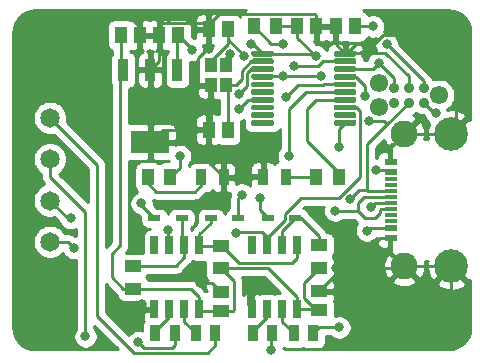
<source format=gbr>
%TF.GenerationSoftware,KiCad,Pcbnew,(5.1.12-1-g0a0a2da680)-1*%
%TF.CreationDate,2022-12-01T20:21:12+01:00*%
%TF.ProjectId,ThermoDeviceLogger,54686572-6d6f-4446-9576-6963654c6f67,rev?*%
%TF.SameCoordinates,Original*%
%TF.FileFunction,Copper,L1,Top*%
%TF.FilePolarity,Positive*%
%FSLAX46Y46*%
G04 Gerber Fmt 4.6, Leading zero omitted, Abs format (unit mm)*
G04 Created by KiCad (PCBNEW (5.1.12-1-g0a0a2da680)-1) date 2022-12-01 20:21:12*
%MOMM*%
%LPD*%
G01*
G04 APERTURE LIST*
%TA.AperFunction,ComponentPad*%
%ADD10C,2.280000*%
%TD*%
%TA.AperFunction,ComponentPad*%
%ADD11C,2.850000*%
%TD*%
%TA.AperFunction,SMDPad,CuDef*%
%ADD12R,1.100000X0.300000*%
%TD*%
%TA.AperFunction,SMDPad,CuDef*%
%ADD13R,1.100000X0.600000*%
%TD*%
%TA.AperFunction,SMDPad,CuDef*%
%ADD14R,1.020000X1.470000*%
%TD*%
%TA.AperFunction,SMDPad,CuDef*%
%ADD15R,1.470000X1.020000*%
%TD*%
%TA.AperFunction,SMDPad,CuDef*%
%ADD16R,1.075000X0.500000*%
%TD*%
%TA.AperFunction,SMDPad,CuDef*%
%ADD17R,0.960000X1.390000*%
%TD*%
%TA.AperFunction,SMDPad,CuDef*%
%ADD18R,3.200000X1.950000*%
%TD*%
%TA.AperFunction,SMDPad,CuDef*%
%ADD19R,0.900000X1.950000*%
%TD*%
%TA.AperFunction,SMDPad,CuDef*%
%ADD20R,0.650000X1.525000*%
%TD*%
%TA.AperFunction,ComponentPad*%
%ADD21C,1.550000*%
%TD*%
%TA.AperFunction,SMDPad,CuDef*%
%ADD22C,0.889000*%
%TD*%
%TA.AperFunction,ComponentPad*%
%ADD23C,1.650000*%
%TD*%
%TA.AperFunction,SMDPad,CuDef*%
%ADD24R,0.900000X1.400000*%
%TD*%
%TA.AperFunction,SMDPad,CuDef*%
%ADD25R,1.000000X1.450000*%
%TD*%
%TA.AperFunction,SMDPad,CuDef*%
%ADD26R,1.450000X1.000000*%
%TD*%
%TA.AperFunction,SMDPad,CuDef*%
%ADD27R,1.000000X1.200000*%
%TD*%
%TA.AperFunction,ViaPad*%
%ADD28C,5.000000*%
%TD*%
%TA.AperFunction,ViaPad*%
%ADD29C,0.800000*%
%TD*%
%TA.AperFunction,Conductor*%
%ADD30C,0.250000*%
%TD*%
%TA.AperFunction,Conductor*%
%ADD31C,0.254000*%
%TD*%
%TA.AperFunction,Conductor*%
%ADD32C,0.100000*%
%TD*%
G04 APERTURE END LIST*
D10*
%TO.P,J2,MH4*%
%TO.N,GND*%
X118750000Y-63580000D03*
D11*
%TO.P,J2,MH3*%
X122750000Y-63580000D03*
%TO.P,J2,MH2*%
X122750000Y-74820000D03*
D10*
%TO.P,J2,MH1*%
X118750000Y-74820000D03*
D12*
%TO.P,J2,B8*%
%TO.N,Net-(J2-PadB8)*%
X117600000Y-70950000D03*
%TO.P,J2,B7*%
%TO.N,/PGC*%
X117600000Y-69950000D03*
%TO.P,J2,B6*%
%TO.N,/PGD*%
X117600000Y-68450000D03*
%TO.P,J2,B5*%
%TO.N,Net-(J2-PadB5)*%
X117600000Y-67450000D03*
D13*
%TO.P,J2,A12*%
%TO.N,GND*%
X117600000Y-66000000D03*
%TO.P,J2,A9*%
%TO.N,+5V*%
X117600000Y-66800000D03*
D12*
%TO.P,J2,A8*%
%TO.N,Net-(J2-PadA8)*%
X117600000Y-67950000D03*
%TO.P,J2,A7*%
%TO.N,/PGC*%
X117600000Y-68950000D03*
%TO.P,J2,A6*%
%TO.N,/PGD*%
X117600000Y-69450000D03*
%TO.P,J2,A5*%
%TO.N,Net-(J2-PadA5)*%
X117600000Y-70450000D03*
D13*
%TO.P,J2,A4*%
%TO.N,+5V*%
X117600000Y-71600000D03*
%TO.P,J2,A1*%
%TO.N,GND*%
X117600000Y-72400000D03*
%TD*%
D14*
%TO.P,C1,2*%
%TO.N,GND*%
X98000000Y-55250000D03*
%TO.P,C1,1*%
%TO.N,+5V*%
X99600000Y-55250000D03*
%TD*%
%TO.P,C2,2*%
%TO.N,GND*%
X96350000Y-55250000D03*
%TO.P,C2,1*%
%TO.N,/3.3V*%
X94750000Y-55250000D03*
%TD*%
%TO.P,C3,2*%
%TO.N,+5V*%
X109700000Y-54500000D03*
%TO.P,C3,1*%
%TO.N,GND*%
X111300000Y-54500000D03*
%TD*%
%TO.P,C4,2*%
%TO.N,Net-(C4-Pad2)*%
X114550000Y-54500000D03*
%TO.P,C4,1*%
%TO.N,GND*%
X112950000Y-54500000D03*
%TD*%
%TO.P,C5,2*%
%TO.N,GND*%
X102200000Y-54750000D03*
%TO.P,C5,1*%
%TO.N,/Cyrstal1*%
X103800000Y-54750000D03*
%TD*%
%TO.P,C6,2*%
%TO.N,/Crystal2*%
X103800000Y-63250000D03*
%TO.P,C6,1*%
%TO.N,GND*%
X102200000Y-63250000D03*
%TD*%
D15*
%TO.P,C7,2*%
%TO.N,/3.3V*%
X103250000Y-78600000D03*
%TO.P,C7,1*%
%TO.N,GND*%
X103250000Y-77000000D03*
%TD*%
%TO.P,C8,2*%
%TO.N,/3.3V*%
X111500000Y-78550000D03*
%TO.P,C8,1*%
%TO.N,GND*%
X111500000Y-76950000D03*
%TD*%
D16*
%TO.P,D1,2*%
%TO.N,Net-(D1-Pad2)*%
X99912000Y-70750000D03*
%TO.P,D1,1*%
%TO.N,/CS_1*%
X97588000Y-70750000D03*
%TD*%
%TO.P,D2,2*%
%TO.N,Net-(D2-Pad2)*%
X109500000Y-70750000D03*
%TO.P,D2,1*%
%TO.N,/CS_2*%
X107176000Y-70750000D03*
%TD*%
%TO.P,D3,2*%
%TO.N,Net-(D3-Pad2)*%
X102382000Y-70750000D03*
%TO.P,D3,1*%
%TO.N,/SCK*%
X104706000Y-70750000D03*
%TD*%
D17*
%TO.P,FB1,2*%
%TO.N,Net-(FB1-Pad2)*%
X109380000Y-80500000D03*
%TO.P,FB1,1*%
%TO.N,/ThermoCouple Modules/T+tcm2*%
X111000000Y-80500000D03*
%TD*%
%TO.P,FB2,2*%
%TO.N,Net-(FB2-Pad2)*%
X105940000Y-80500000D03*
%TO.P,FB2,1*%
%TO.N,/ThermoCouple Modules/T-tcm2*%
X107560000Y-80500000D03*
%TD*%
D18*
%TO.P,IC1,4*%
%TO.N,GND*%
X97250000Y-64300000D03*
D19*
%TO.P,IC1,3*%
%TO.N,/3.3V*%
X94950000Y-58200000D03*
%TO.P,IC1,2*%
%TO.N,GND*%
X97250000Y-58200000D03*
%TO.P,IC1,1*%
%TO.N,+5V*%
X99550000Y-58200000D03*
%TD*%
D20*
%TO.P,IC2,8*%
%TO.N,Net-(IC2-Pad8)*%
X97595000Y-73038000D03*
%TO.P,IC2,7*%
%TO.N,/MISO*%
X98865000Y-73038000D03*
%TO.P,IC2,6*%
%TO.N,Net-(D1-Pad2)*%
X100135000Y-73038000D03*
%TO.P,IC2,5*%
%TO.N,Net-(D3-Pad2)*%
X101405000Y-73038000D03*
%TO.P,IC2,4*%
%TO.N,/3.3V*%
X101405000Y-78462000D03*
%TO.P,IC2,3*%
%TO.N,Net-(IC2-Pad3)*%
X100135000Y-78462000D03*
%TO.P,IC2,2*%
%TO.N,Net-(IC2-Pad2)*%
X98865000Y-78462000D03*
%TO.P,IC2,1*%
%TO.N,GND*%
X97595000Y-78462000D03*
%TD*%
%TO.P,IC3,8*%
%TO.N,Net-(IC3-Pad8)*%
X105845000Y-73038000D03*
%TO.P,IC3,7*%
%TO.N,/MISO*%
X107115000Y-73038000D03*
%TO.P,IC3,6*%
%TO.N,Net-(D2-Pad2)*%
X108385000Y-73038000D03*
%TO.P,IC3,5*%
%TO.N,Net-(D3-Pad2)*%
X109655000Y-73038000D03*
%TO.P,IC3,4*%
%TO.N,/3.3V*%
X109655000Y-78462000D03*
%TO.P,IC3,3*%
%TO.N,Net-(FB1-Pad2)*%
X108385000Y-78462000D03*
%TO.P,IC3,2*%
%TO.N,Net-(FB2-Pad2)*%
X107115000Y-78462000D03*
%TO.P,IC3,1*%
%TO.N,GND*%
X105845000Y-78462000D03*
%TD*%
D21*
%TO.P,J3,9*%
%TO.N,N/C*%
X116590000Y-59319000D03*
%TO.P,J3,8*%
X116590000Y-61351000D03*
%TO.P,J3,7*%
X121670000Y-60335000D03*
D22*
%TO.P,J3,6*%
%TO.N,Net-(J3-Pad6)*%
X117860000Y-60970000D03*
%TO.P,J3,5*%
%TO.N,/PGC*%
X117860000Y-59700000D03*
%TO.P,J3,4*%
%TO.N,/PGD*%
X119130000Y-60970000D03*
%TO.P,J3,3*%
%TO.N,GND*%
X119130000Y-59700000D03*
%TO.P,J3,2*%
%TO.N,+5V*%
X120400000Y-60970000D03*
%TO.P,J3,1*%
%TO.N,/MCLR*%
X120400000Y-59700000D03*
%TD*%
D23*
%TO.P,J1,4*%
%TO.N,/ThermoCouple Modules/T-tcm2*%
X88750000Y-72750000D03*
%TO.P,J1,3*%
%TO.N,/ThermoCouple Modules/T+tcm2*%
X88750000Y-69250000D03*
%TO.P,J1,2*%
%TO.N,/ThermoCouple Modules/T-tcm1*%
X88750000Y-65750000D03*
%TO.P,J1,1*%
%TO.N,/ThermoCouple Modules/T+tcm1*%
X88750000Y-62250000D03*
%TD*%
D24*
%TO.P,LED1,2*%
%TO.N,Net-(LED1-Pad2)*%
X101550000Y-67290000D03*
%TO.P,LED1,1*%
%TO.N,GND*%
X103450000Y-67290000D03*
%TD*%
%TO.P,LED2,2*%
%TO.N,Net-(LED2-Pad2)*%
X108700000Y-67250000D03*
%TO.P,LED2,1*%
%TO.N,GND*%
X106800000Y-67250000D03*
%TD*%
D17*
%TO.P,LFB1,2*%
%TO.N,Net-(IC2-Pad3)*%
X101130000Y-80500000D03*
%TO.P,LFB1,1*%
%TO.N,/ThermoCouple Modules/T+tcm1*%
X102750000Y-80500000D03*
%TD*%
%TO.P,LFB2,2*%
%TO.N,Net-(IC2-Pad2)*%
X97690000Y-80500000D03*
%TO.P,LFB2,1*%
%TO.N,/ThermoCouple Modules/T-tcm1*%
X99310000Y-80500000D03*
%TD*%
D25*
%TO.P,R1,2*%
%TO.N,/MCLR*%
X106000000Y-54500000D03*
%TO.P,R1,1*%
%TO.N,+5V*%
X107900000Y-54500000D03*
%TD*%
%TO.P,R2,2*%
%TO.N,Net-(LED1-Pad2)*%
X97050000Y-67290000D03*
%TO.P,R2,1*%
%TO.N,Net-(R2-Pad1)*%
X98950000Y-67290000D03*
%TD*%
%TO.P,R3,2*%
%TO.N,Net-(LED2-Pad2)*%
X111300000Y-67250000D03*
%TO.P,R3,1*%
%TO.N,Net-(R3-Pad1)*%
X113200000Y-67250000D03*
%TD*%
D26*
%TO.P,R4,2*%
%TO.N,Net-(D2-Pad2)*%
X111500000Y-73050000D03*
%TO.P,R4,1*%
%TO.N,/3.3V*%
X111500000Y-74950000D03*
%TD*%
%TO.P,R5,2*%
%TO.N,Net-(D1-Pad2)*%
X95750000Y-74800000D03*
%TO.P,R5,1*%
%TO.N,/3.3V*%
X95750000Y-76700000D03*
%TD*%
%TO.P,R6,2*%
%TO.N,Net-(D3-Pad2)*%
X103250000Y-73100000D03*
%TO.P,R6,1*%
%TO.N,/3.3V*%
X103250000Y-75000000D03*
%TD*%
D27*
%TO.P,Y1,4*%
%TO.N,GND*%
X103650000Y-57800000D03*
%TO.P,Y1,3*%
%TO.N,/Crystal2*%
X103650000Y-59500000D03*
%TO.P,Y1,2*%
%TO.N,GND*%
X102350000Y-59500000D03*
%TO.P,Y1,1*%
%TO.N,/Cyrstal1*%
X102350000Y-57800000D03*
%TD*%
%TO.P,U1,20*%
%TO.N,GND*%
%TA.AperFunction,SMDPad,CuDef*%
G36*
G01*
X112800000Y-56950000D02*
X112800000Y-56700000D01*
G75*
G02*
X112925000Y-56575000I125000J0D01*
G01*
X114575000Y-56575000D01*
G75*
G02*
X114700000Y-56700000I0J-125000D01*
G01*
X114700000Y-56950000D01*
G75*
G02*
X114575000Y-57075000I-125000J0D01*
G01*
X112925000Y-57075000D01*
G75*
G02*
X112800000Y-56950000I0J125000D01*
G01*
G37*
%TD.AperFunction*%
%TO.P,U1,19*%
%TO.N,/PGD*%
%TA.AperFunction,SMDPad,CuDef*%
G36*
G01*
X112800000Y-57600000D02*
X112800000Y-57350000D01*
G75*
G02*
X112925000Y-57225000I125000J0D01*
G01*
X114575000Y-57225000D01*
G75*
G02*
X114700000Y-57350000I0J-125000D01*
G01*
X114700000Y-57600000D01*
G75*
G02*
X114575000Y-57725000I-125000J0D01*
G01*
X112925000Y-57725000D01*
G75*
G02*
X112800000Y-57600000I0J125000D01*
G01*
G37*
%TD.AperFunction*%
%TO.P,U1,18*%
%TO.N,/PGC*%
%TA.AperFunction,SMDPad,CuDef*%
G36*
G01*
X112800000Y-58250000D02*
X112800000Y-58000000D01*
G75*
G02*
X112925000Y-57875000I125000J0D01*
G01*
X114575000Y-57875000D01*
G75*
G02*
X114700000Y-58000000I0J-125000D01*
G01*
X114700000Y-58250000D01*
G75*
G02*
X114575000Y-58375000I-125000J0D01*
G01*
X112925000Y-58375000D01*
G75*
G02*
X112800000Y-58250000I0J125000D01*
G01*
G37*
%TD.AperFunction*%
%TO.P,U1,17*%
%TO.N,Net-(C4-Pad2)*%
%TA.AperFunction,SMDPad,CuDef*%
G36*
G01*
X112800000Y-58900000D02*
X112800000Y-58650000D01*
G75*
G02*
X112925000Y-58525000I125000J0D01*
G01*
X114575000Y-58525000D01*
G75*
G02*
X114700000Y-58650000I0J-125000D01*
G01*
X114700000Y-58900000D01*
G75*
G02*
X114575000Y-59025000I-125000J0D01*
G01*
X112925000Y-59025000D01*
G75*
G02*
X112800000Y-58900000I0J125000D01*
G01*
G37*
%TD.AperFunction*%
%TO.P,U1,16*%
%TO.N,/CS_1*%
%TA.AperFunction,SMDPad,CuDef*%
G36*
G01*
X112800000Y-59550000D02*
X112800000Y-59300000D01*
G75*
G02*
X112925000Y-59175000I125000J0D01*
G01*
X114575000Y-59175000D01*
G75*
G02*
X114700000Y-59300000I0J-125000D01*
G01*
X114700000Y-59550000D01*
G75*
G02*
X114575000Y-59675000I-125000J0D01*
G01*
X112925000Y-59675000D01*
G75*
G02*
X112800000Y-59550000I0J125000D01*
G01*
G37*
%TD.AperFunction*%
%TO.P,U1,15*%
%TO.N,/CS_2*%
%TA.AperFunction,SMDPad,CuDef*%
G36*
G01*
X112800000Y-60200000D02*
X112800000Y-59950000D01*
G75*
G02*
X112925000Y-59825000I125000J0D01*
G01*
X114575000Y-59825000D01*
G75*
G02*
X114700000Y-59950000I0J-125000D01*
G01*
X114700000Y-60200000D01*
G75*
G02*
X114575000Y-60325000I-125000J0D01*
G01*
X112925000Y-60325000D01*
G75*
G02*
X112800000Y-60200000I0J125000D01*
G01*
G37*
%TD.AperFunction*%
%TO.P,U1,14*%
%TO.N,Net-(R3-Pad1)*%
%TA.AperFunction,SMDPad,CuDef*%
G36*
G01*
X112800000Y-60850000D02*
X112800000Y-60600000D01*
G75*
G02*
X112925000Y-60475000I125000J0D01*
G01*
X114575000Y-60475000D01*
G75*
G02*
X114700000Y-60600000I0J-125000D01*
G01*
X114700000Y-60850000D01*
G75*
G02*
X114575000Y-60975000I-125000J0D01*
G01*
X112925000Y-60975000D01*
G75*
G02*
X112800000Y-60850000I0J125000D01*
G01*
G37*
%TD.AperFunction*%
%TO.P,U1,13*%
%TO.N,/MISO*%
%TA.AperFunction,SMDPad,CuDef*%
G36*
G01*
X112800000Y-61500000D02*
X112800000Y-61250000D01*
G75*
G02*
X112925000Y-61125000I125000J0D01*
G01*
X114575000Y-61125000D01*
G75*
G02*
X114700000Y-61250000I0J-125000D01*
G01*
X114700000Y-61500000D01*
G75*
G02*
X114575000Y-61625000I-125000J0D01*
G01*
X112925000Y-61625000D01*
G75*
G02*
X112800000Y-61500000I0J125000D01*
G01*
G37*
%TD.AperFunction*%
%TO.P,U1,12*%
%TO.N,Net-(U1-Pad12)*%
%TA.AperFunction,SMDPad,CuDef*%
G36*
G01*
X112800000Y-62150000D02*
X112800000Y-61900000D01*
G75*
G02*
X112925000Y-61775000I125000J0D01*
G01*
X114575000Y-61775000D01*
G75*
G02*
X114700000Y-61900000I0J-125000D01*
G01*
X114700000Y-62150000D01*
G75*
G02*
X114575000Y-62275000I-125000J0D01*
G01*
X112925000Y-62275000D01*
G75*
G02*
X112800000Y-62150000I0J125000D01*
G01*
G37*
%TD.AperFunction*%
%TO.P,U1,11*%
%TO.N,/SCK*%
%TA.AperFunction,SMDPad,CuDef*%
G36*
G01*
X112800000Y-62800000D02*
X112800000Y-62550000D01*
G75*
G02*
X112925000Y-62425000I125000J0D01*
G01*
X114575000Y-62425000D01*
G75*
G02*
X114700000Y-62550000I0J-125000D01*
G01*
X114700000Y-62800000D01*
G75*
G02*
X114575000Y-62925000I-125000J0D01*
G01*
X112925000Y-62925000D01*
G75*
G02*
X112800000Y-62800000I0J125000D01*
G01*
G37*
%TD.AperFunction*%
%TO.P,U1,10*%
%TO.N,Net-(U1-Pad10)*%
%TA.AperFunction,SMDPad,CuDef*%
G36*
G01*
X105800000Y-62800000D02*
X105800000Y-62550000D01*
G75*
G02*
X105925000Y-62425000I125000J0D01*
G01*
X107575000Y-62425000D01*
G75*
G02*
X107700000Y-62550000I0J-125000D01*
G01*
X107700000Y-62800000D01*
G75*
G02*
X107575000Y-62925000I-125000J0D01*
G01*
X105925000Y-62925000D01*
G75*
G02*
X105800000Y-62800000I0J125000D01*
G01*
G37*
%TD.AperFunction*%
%TO.P,U1,9*%
%TO.N,Net-(U1-Pad9)*%
%TA.AperFunction,SMDPad,CuDef*%
G36*
G01*
X105800000Y-62150000D02*
X105800000Y-61900000D01*
G75*
G02*
X105925000Y-61775000I125000J0D01*
G01*
X107575000Y-61775000D01*
G75*
G02*
X107700000Y-61900000I0J-125000D01*
G01*
X107700000Y-62150000D01*
G75*
G02*
X107575000Y-62275000I-125000J0D01*
G01*
X105925000Y-62275000D01*
G75*
G02*
X105800000Y-62150000I0J125000D01*
G01*
G37*
%TD.AperFunction*%
%TO.P,U1,8*%
%TO.N,Net-(U1-Pad8)*%
%TA.AperFunction,SMDPad,CuDef*%
G36*
G01*
X105800000Y-61500000D02*
X105800000Y-61250000D01*
G75*
G02*
X105925000Y-61125000I125000J0D01*
G01*
X107575000Y-61125000D01*
G75*
G02*
X107700000Y-61250000I0J-125000D01*
G01*
X107700000Y-61500000D01*
G75*
G02*
X107575000Y-61625000I-125000J0D01*
G01*
X105925000Y-61625000D01*
G75*
G02*
X105800000Y-61500000I0J125000D01*
G01*
G37*
%TD.AperFunction*%
%TO.P,U1,7*%
%TO.N,Net-(R2-Pad1)*%
%TA.AperFunction,SMDPad,CuDef*%
G36*
G01*
X105800000Y-60850000D02*
X105800000Y-60600000D01*
G75*
G02*
X105925000Y-60475000I125000J0D01*
G01*
X107575000Y-60475000D01*
G75*
G02*
X107700000Y-60600000I0J-125000D01*
G01*
X107700000Y-60850000D01*
G75*
G02*
X107575000Y-60975000I-125000J0D01*
G01*
X105925000Y-60975000D01*
G75*
G02*
X105800000Y-60850000I0J125000D01*
G01*
G37*
%TD.AperFunction*%
%TO.P,U1,6*%
%TO.N,Net-(U1-Pad6)*%
%TA.AperFunction,SMDPad,CuDef*%
G36*
G01*
X105800000Y-60200000D02*
X105800000Y-59950000D01*
G75*
G02*
X105925000Y-59825000I125000J0D01*
G01*
X107575000Y-59825000D01*
G75*
G02*
X107700000Y-59950000I0J-125000D01*
G01*
X107700000Y-60200000D01*
G75*
G02*
X107575000Y-60325000I-125000J0D01*
G01*
X105925000Y-60325000D01*
G75*
G02*
X105800000Y-60200000I0J125000D01*
G01*
G37*
%TD.AperFunction*%
%TO.P,U1,5*%
%TO.N,Net-(U1-Pad5)*%
%TA.AperFunction,SMDPad,CuDef*%
G36*
G01*
X105800000Y-59550000D02*
X105800000Y-59300000D01*
G75*
G02*
X105925000Y-59175000I125000J0D01*
G01*
X107575000Y-59175000D01*
G75*
G02*
X107700000Y-59300000I0J-125000D01*
G01*
X107700000Y-59550000D01*
G75*
G02*
X107575000Y-59675000I-125000J0D01*
G01*
X105925000Y-59675000D01*
G75*
G02*
X105800000Y-59550000I0J125000D01*
G01*
G37*
%TD.AperFunction*%
%TO.P,U1,4*%
%TO.N,/MCLR*%
%TA.AperFunction,SMDPad,CuDef*%
G36*
G01*
X105800000Y-58900000D02*
X105800000Y-58650000D01*
G75*
G02*
X105925000Y-58525000I125000J0D01*
G01*
X107575000Y-58525000D01*
G75*
G02*
X107700000Y-58650000I0J-125000D01*
G01*
X107700000Y-58900000D01*
G75*
G02*
X107575000Y-59025000I-125000J0D01*
G01*
X105925000Y-59025000D01*
G75*
G02*
X105800000Y-58900000I0J125000D01*
G01*
G37*
%TD.AperFunction*%
%TO.P,U1,3*%
%TO.N,/Cyrstal1*%
%TA.AperFunction,SMDPad,CuDef*%
G36*
G01*
X105800000Y-58250000D02*
X105800000Y-58000000D01*
G75*
G02*
X105925000Y-57875000I125000J0D01*
G01*
X107575000Y-57875000D01*
G75*
G02*
X107700000Y-58000000I0J-125000D01*
G01*
X107700000Y-58250000D01*
G75*
G02*
X107575000Y-58375000I-125000J0D01*
G01*
X105925000Y-58375000D01*
G75*
G02*
X105800000Y-58250000I0J125000D01*
G01*
G37*
%TD.AperFunction*%
%TO.P,U1,2*%
%TO.N,/Crystal2*%
%TA.AperFunction,SMDPad,CuDef*%
G36*
G01*
X105800000Y-57600000D02*
X105800000Y-57350000D01*
G75*
G02*
X105925000Y-57225000I125000J0D01*
G01*
X107575000Y-57225000D01*
G75*
G02*
X107700000Y-57350000I0J-125000D01*
G01*
X107700000Y-57600000D01*
G75*
G02*
X107575000Y-57725000I-125000J0D01*
G01*
X105925000Y-57725000D01*
G75*
G02*
X105800000Y-57600000I0J125000D01*
G01*
G37*
%TD.AperFunction*%
%TO.P,U1,1*%
%TO.N,+5V*%
%TA.AperFunction,SMDPad,CuDef*%
G36*
G01*
X105800000Y-56950000D02*
X105800000Y-56700000D01*
G75*
G02*
X105925000Y-56575000I125000J0D01*
G01*
X107575000Y-56575000D01*
G75*
G02*
X107700000Y-56700000I0J-125000D01*
G01*
X107700000Y-56950000D01*
G75*
G02*
X107575000Y-57075000I-125000J0D01*
G01*
X105925000Y-57075000D01*
G75*
G02*
X105800000Y-56950000I0J125000D01*
G01*
G37*
%TD.AperFunction*%
%TD*%
D28*
%TO.N,GND*%
X122000000Y-79500000D03*
X88000000Y-79500000D03*
X88000000Y-55500000D03*
D29*
X96512653Y-77987347D03*
X101500000Y-76250000D03*
X105500000Y-76500000D03*
X113000000Y-75000000D03*
X94500000Y-79000000D03*
X103982499Y-56807805D03*
X102200000Y-56400000D03*
D28*
X122000000Y-55500000D03*
D29*
X116200000Y-72900000D03*
%TO.N,+5V*%
X111250000Y-57000000D03*
X105750000Y-56000000D03*
X100750000Y-56500000D03*
X121400000Y-61800000D03*
X116400000Y-66700000D03*
X115600000Y-71800000D03*
%TO.N,Net-(C4-Pad2)*%
X115451158Y-60392889D03*
X116100000Y-54500000D03*
%TO.N,/Cyrstal1*%
X104750000Y-60250000D03*
X105200000Y-57000000D03*
%TO.N,/CS_1*%
X108750000Y-60500000D03*
X96500000Y-69500000D03*
%TO.N,/CS_2*%
X109000000Y-65500000D03*
X106500000Y-69000000D03*
%TO.N,/SCK*%
X105000000Y-68750000D03*
X113250000Y-64750000D03*
%TO.N,/ThermoCouple Modules/T+tcm2*%
X90500000Y-70750000D03*
X113250000Y-80000000D03*
%TO.N,/ThermoCouple Modules/T-tcm2*%
X90750000Y-73250000D03*
X107500000Y-81875000D03*
%TO.N,/MISO*%
X104500000Y-72000000D03*
X98750000Y-71750000D03*
%TO.N,/PGC*%
X112900000Y-70100000D03*
X116600000Y-57600000D03*
%TO.N,/PGD*%
X115900000Y-69800000D03*
X114178317Y-69126990D03*
X109400000Y-57900000D03*
X115750010Y-62500000D03*
%TO.N,/MCLR*%
X117250000Y-56000000D03*
X108500000Y-56000000D03*
X111688769Y-58744401D03*
X108505599Y-58744401D03*
%TO.N,/ThermoCouple Modules/T-tcm1*%
X96250000Y-81250000D03*
X91750000Y-80750000D03*
%TO.N,Net-(R2-Pad1)*%
X104750000Y-61500000D03*
X99750000Y-65500000D03*
%TD*%
D30*
%TO.N,GND*%
X113840165Y-56734835D02*
X113750000Y-56825000D01*
X117115416Y-56734835D02*
X113840165Y-56734835D01*
X112950000Y-56025000D02*
X113750000Y-56825000D01*
X112950000Y-54500000D02*
X112950000Y-56025000D01*
X111300000Y-54500000D02*
X112950000Y-54500000D01*
X102200000Y-63019998D02*
X102200000Y-63250000D01*
X111300000Y-53515000D02*
X111224999Y-53439999D01*
X111300000Y-54500000D02*
X111300000Y-53515000D01*
X102200000Y-54269998D02*
X102200000Y-54750000D01*
X98000000Y-54265000D02*
X98000000Y-55250000D01*
X98075001Y-54189999D02*
X98000000Y-54265000D01*
X96350000Y-55250000D02*
X98000000Y-55250000D01*
X98000000Y-55250000D02*
X98000000Y-54500000D01*
X98000000Y-54500000D02*
X98250000Y-54250000D01*
X98000000Y-57450000D02*
X97250000Y-58200000D01*
X98000000Y-55250000D02*
X98000000Y-57450000D01*
X96350000Y-55250000D02*
X96350000Y-54600000D01*
X96350000Y-54600000D02*
X95500000Y-53750000D01*
X89750000Y-53750000D02*
X88000000Y-55500000D01*
X95500000Y-53750000D02*
X89750000Y-53750000D01*
X98300000Y-63250000D02*
X97250000Y-64300000D01*
X102200000Y-63250000D02*
X98300000Y-63250000D01*
X102200000Y-66040000D02*
X102200000Y-63250000D01*
X103450000Y-67290000D02*
X102200000Y-66040000D01*
X106760000Y-67290000D02*
X106800000Y-67250000D01*
X103450000Y-67290000D02*
X106760000Y-67290000D01*
X111500000Y-76950000D02*
X112860000Y-76950000D01*
X96987306Y-78462000D02*
X96512653Y-77987347D01*
X97595000Y-78462000D02*
X96987306Y-78462000D01*
X102500000Y-76250000D02*
X103250000Y-77000000D01*
X101500000Y-76250000D02*
X102500000Y-76250000D01*
X105500000Y-78117000D02*
X105845000Y-78462000D01*
X105500000Y-76500000D02*
X105500000Y-78117000D01*
X113000000Y-75450000D02*
X111500000Y-76950000D01*
X113000000Y-75000000D02*
X113000000Y-75450000D01*
X123140000Y-78360000D02*
X122000000Y-79500000D01*
X111224999Y-53439999D02*
X103029999Y-53439999D01*
X102200000Y-54750000D02*
X101639999Y-54189999D01*
X101639999Y-54189999D02*
X98075001Y-54189999D01*
X103029999Y-53439999D02*
X102200000Y-54269998D01*
X102350000Y-63100000D02*
X102200000Y-63250000D01*
X102350000Y-59500000D02*
X102350000Y-63100000D01*
X113825000Y-56825000D02*
X114650000Y-56000000D01*
X113750000Y-56825000D02*
X113825000Y-56825000D01*
X116176998Y-56000000D02*
X116926998Y-55250000D01*
X114650000Y-56000000D02*
X116176998Y-56000000D01*
X121750000Y-55250000D02*
X122000000Y-55500000D01*
X116926998Y-55250000D02*
X121750000Y-55250000D01*
X95500000Y-79000000D02*
X96512653Y-77987347D01*
X94500000Y-79000000D02*
X95500000Y-79000000D01*
X103650000Y-57400000D02*
X103850000Y-57400000D01*
X103650000Y-57800000D02*
X103650000Y-57550000D01*
X103650000Y-57140304D02*
X103982499Y-56807805D01*
X103650000Y-57800000D02*
X103650000Y-57140304D01*
X119130000Y-58749419D02*
X117115416Y-56734835D01*
X119130000Y-59700000D02*
X119130000Y-58749419D01*
X122750000Y-63580000D02*
X118750000Y-63580000D01*
X122750000Y-74820000D02*
X118750000Y-74820000D01*
X117600000Y-73670000D02*
X117600000Y-72400000D01*
X118750000Y-74820000D02*
X117600000Y-73670000D01*
X118570000Y-75000000D02*
X118750000Y-74820000D01*
X113000000Y-75000000D02*
X118570000Y-75000000D01*
X122750000Y-78750000D02*
X122000000Y-79500000D01*
X122750000Y-74820000D02*
X122750000Y-78750000D01*
X122750000Y-63580000D02*
X122750000Y-62550000D01*
X122750000Y-62550000D02*
X123100000Y-62200000D01*
X123100000Y-56600000D02*
X122000000Y-55500000D01*
X123100000Y-62200000D02*
X123100000Y-56600000D01*
X102200000Y-56400000D02*
X102200000Y-54750000D01*
X102064998Y-56400000D02*
X101300000Y-57164998D01*
X102200000Y-56400000D02*
X102064998Y-56400000D01*
X101300000Y-57164998D02*
X101300000Y-59300000D01*
X101500000Y-59500000D02*
X102350000Y-59500000D01*
X101300000Y-59300000D02*
X101500000Y-59500000D01*
X117600000Y-64730000D02*
X117600000Y-66000000D01*
X118750000Y-63580000D02*
X117600000Y-64730000D01*
X116700000Y-72400000D02*
X116200000Y-72900000D01*
X117600000Y-72400000D02*
X116700000Y-72400000D01*
%TO.N,+5V*%
X109700000Y-55450000D02*
X109700000Y-54500000D01*
X111250000Y-57000000D02*
X109700000Y-55450000D01*
X111075000Y-56825000D02*
X106750000Y-56825000D01*
X111250000Y-57000000D02*
X111075000Y-56825000D01*
X109700000Y-54500000D02*
X107900000Y-54500000D01*
X106750000Y-56825000D02*
X105925000Y-56000000D01*
X105925000Y-56000000D02*
X105750000Y-56000000D01*
X100750000Y-56400000D02*
X99600000Y-55250000D01*
X100750000Y-56500000D02*
X100750000Y-56400000D01*
X99550000Y-55300000D02*
X99600000Y-55250000D01*
X99550000Y-58200000D02*
X99550000Y-55300000D01*
X120600000Y-61170000D02*
X120400000Y-60970000D01*
X117700000Y-66700000D02*
X117600000Y-66800000D01*
X121230000Y-61800000D02*
X120400000Y-60970000D01*
X121400000Y-61800000D02*
X121230000Y-61800000D01*
X117500000Y-66700000D02*
X117600000Y-66800000D01*
X116400000Y-66700000D02*
X117500000Y-66700000D01*
X115800000Y-71600000D02*
X117600000Y-71600000D01*
X115600000Y-71800000D02*
X115800000Y-71600000D01*
%TO.N,/3.3V*%
X94750000Y-58000000D02*
X94950000Y-58200000D01*
X94750000Y-55250000D02*
X94750000Y-58000000D01*
X104310001Y-78524999D02*
X104235000Y-78600000D01*
X104235000Y-78600000D02*
X103250000Y-78600000D01*
X104310001Y-76060001D02*
X104310001Y-78524999D01*
X103250000Y-75000000D02*
X104310001Y-76060001D01*
X101543000Y-78600000D02*
X101405000Y-78462000D01*
X103250000Y-78600000D02*
X101543000Y-78600000D01*
X111412000Y-78462000D02*
X111500000Y-78550000D01*
X109655000Y-78462000D02*
X111412000Y-78462000D01*
X110250000Y-76200000D02*
X111500000Y-74950000D01*
X110250000Y-77530002D02*
X110250000Y-76200000D01*
X111269998Y-78550000D02*
X110250000Y-77530002D01*
X111500000Y-78550000D02*
X111269998Y-78550000D01*
X94950000Y-76700000D02*
X95750000Y-76700000D01*
X94000000Y-75750000D02*
X94950000Y-76700000D01*
X94000000Y-73750000D02*
X94000000Y-75750000D01*
X94699999Y-73050001D02*
X94000000Y-73750000D01*
X94699999Y-58450001D02*
X94699999Y-73050001D01*
X94950000Y-58200000D02*
X94699999Y-58450001D01*
X101405000Y-77449500D02*
X101405000Y-78462000D01*
X100655500Y-76700000D02*
X101405000Y-77449500D01*
X95750000Y-76700000D02*
X100655500Y-76700000D01*
X109655000Y-77449500D02*
X109655000Y-78462000D01*
X107205500Y-75000000D02*
X109655000Y-77449500D01*
X103250000Y-75000000D02*
X107205500Y-75000000D01*
%TO.N,Net-(C4-Pad2)*%
X114800000Y-54750000D02*
X114550000Y-54500000D01*
X115451158Y-59526158D02*
X115451158Y-60392889D01*
X114700000Y-58775000D02*
X115451158Y-59526158D01*
X113750000Y-58775000D02*
X114700000Y-58775000D01*
X116100000Y-54500000D02*
X114550000Y-54500000D01*
%TO.N,/Cyrstal1*%
X102200000Y-57650000D02*
X102350000Y-57800000D01*
X105800000Y-58125000D02*
X106750000Y-58125000D01*
X105450010Y-59549990D02*
X105450010Y-58474990D01*
X105450010Y-58474990D02*
X105800000Y-58125000D01*
X104750000Y-60250000D02*
X105450010Y-59549990D01*
X102350000Y-57414998D02*
X102350000Y-57800000D01*
X103800000Y-55964998D02*
X102350000Y-57414998D01*
X103800000Y-54750000D02*
X103800000Y-55964998D01*
X103800000Y-55600000D02*
X103800000Y-54750000D01*
X105200000Y-57000000D02*
X103800000Y-55600000D01*
%TO.N,/Crystal2*%
X103800000Y-59250000D02*
X103650000Y-59100000D01*
X103650000Y-59100000D02*
X103650000Y-59000000D01*
X103800000Y-59650000D02*
X103650000Y-59500000D01*
X103800000Y-63250000D02*
X103800000Y-59650000D01*
X103650000Y-59500000D02*
X104500000Y-59500000D01*
X104500000Y-59500000D02*
X105000000Y-59000000D01*
X105800000Y-57475000D02*
X106750000Y-57475000D01*
X105000000Y-58275000D02*
X105800000Y-57475000D01*
X105000000Y-59000000D02*
X105000000Y-58275000D01*
%TO.N,Net-(D1-Pad2)*%
X99912000Y-72815000D02*
X100135000Y-73038000D01*
X99912000Y-70750000D02*
X99912000Y-72815000D01*
X99385500Y-74800000D02*
X95750000Y-74800000D01*
X100135000Y-74050500D02*
X99385500Y-74800000D01*
X100135000Y-73038000D02*
X100135000Y-74050500D01*
%TO.N,/CS_1*%
X111938590Y-59425000D02*
X111863590Y-59500000D01*
X113750000Y-59425000D02*
X111938590Y-59425000D01*
X111863590Y-59500000D02*
X109750000Y-59500000D01*
X109750000Y-59500000D02*
X108750000Y-60500000D01*
X96500000Y-69662000D02*
X97588000Y-70750000D01*
X96500000Y-69500000D02*
X96500000Y-69662000D01*
%TO.N,Net-(D2-Pad2)*%
X111500000Y-73050000D02*
X111500000Y-72250000D01*
X110000000Y-70750000D02*
X109500000Y-70750000D01*
X111500000Y-72250000D02*
X110000000Y-70750000D01*
X108385000Y-71865000D02*
X109500000Y-70750000D01*
X108385000Y-73038000D02*
X108385000Y-71865000D01*
%TO.N,/CS_2*%
X113750000Y-60075000D02*
X110425000Y-60075000D01*
X110425000Y-60075000D02*
X109000000Y-61500000D01*
X109000000Y-61500000D02*
X109000000Y-65500000D01*
X106500000Y-70074000D02*
X107176000Y-70750000D01*
X106500000Y-69000000D02*
X106500000Y-70074000D01*
%TO.N,Net-(D3-Pad2)*%
X102382000Y-70750000D02*
X102382000Y-71118000D01*
X101405000Y-72095000D02*
X101405000Y-73038000D01*
X102382000Y-71118000D02*
X101405000Y-72095000D01*
X109655000Y-73038000D02*
X109655000Y-74095000D01*
X109655000Y-74095000D02*
X109250000Y-74500000D01*
X109250000Y-74500000D02*
X104750000Y-74500000D01*
X103350000Y-73100000D02*
X103250000Y-73100000D01*
X104750000Y-74500000D02*
X103350000Y-73100000D01*
X101467000Y-73100000D02*
X101405000Y-73038000D01*
X103250000Y-73100000D02*
X101467000Y-73100000D01*
%TO.N,/SCK*%
X104706000Y-70750000D02*
X104706000Y-69044000D01*
X104706000Y-69044000D02*
X105000000Y-68750000D01*
X113250000Y-63175000D02*
X113750000Y-62675000D01*
X113250000Y-64750000D02*
X113250000Y-63175000D01*
%TO.N,Net-(FB1-Pad2)*%
X108385000Y-79505000D02*
X108385000Y-78462000D01*
X109380000Y-80500000D02*
X108385000Y-79505000D01*
%TO.N,/ThermoCouple Modules/T+tcm2*%
X88750000Y-69250000D02*
X90250000Y-70750000D01*
X90250000Y-70750000D02*
X90500000Y-70750000D01*
X111500000Y-80000000D02*
X111000000Y-80500000D01*
X113250000Y-80000000D02*
X111500000Y-80000000D01*
%TO.N,Net-(FB2-Pad2)*%
X107115000Y-79110000D02*
X107115000Y-78462000D01*
X105940000Y-80285000D02*
X107115000Y-79110000D01*
X105940000Y-80500000D02*
X105940000Y-80285000D01*
%TO.N,/ThermoCouple Modules/T-tcm2*%
X90250000Y-72750000D02*
X90750000Y-73250000D01*
X88750000Y-72750000D02*
X90250000Y-72750000D01*
X107500000Y-80560000D02*
X107560000Y-80500000D01*
X107500000Y-81875000D02*
X107500000Y-80560000D01*
%TO.N,/MISO*%
X107115000Y-73038000D02*
X107115000Y-72365000D01*
X106700499Y-71950499D02*
X104549501Y-71950499D01*
X107115000Y-72365000D02*
X106700499Y-71950499D01*
X104549501Y-71950499D02*
X104500000Y-72000000D01*
X98750000Y-72923000D02*
X98865000Y-73038000D01*
X98750000Y-71750000D02*
X98750000Y-72923000D01*
X107115000Y-73038000D02*
X107115000Y-72385000D01*
X108637499Y-70362501D02*
X110000000Y-69000000D01*
X108637499Y-70862501D02*
X108637499Y-70362501D01*
X107115000Y-72385000D02*
X108637499Y-70862501D01*
X113260002Y-69000000D02*
X114500000Y-67760002D01*
X110000000Y-69000000D02*
X113260002Y-69000000D01*
X114500000Y-67760002D02*
X114500000Y-67750000D01*
X114700000Y-61375000D02*
X113750000Y-61375000D01*
X115025010Y-61700010D02*
X114700000Y-61375000D01*
X115025010Y-67224990D02*
X115025010Y-61700010D01*
X114500000Y-67750000D02*
X115025010Y-67224990D01*
%TO.N,Net-(IC2-Pad3)*%
X100135000Y-79505000D02*
X100135000Y-78462000D01*
X101130000Y-80500000D02*
X100135000Y-79505000D01*
%TO.N,Net-(IC2-Pad2)*%
X98865000Y-79110000D02*
X98865000Y-78462000D01*
X97690000Y-80285000D02*
X98865000Y-79110000D01*
X97690000Y-80500000D02*
X97690000Y-80285000D01*
%TO.N,/PGC*%
X113750000Y-58125000D02*
X114686412Y-58125000D01*
X116814998Y-69950000D02*
X117600000Y-69950000D01*
X116700000Y-70300000D02*
X116700000Y-70064998D01*
X116300000Y-70700000D02*
X116700000Y-70300000D01*
X115400000Y-70700000D02*
X116300000Y-70700000D01*
X115374999Y-68925001D02*
X114800000Y-69500000D01*
X116700000Y-70064998D02*
X116814998Y-69950000D01*
X114800000Y-70100000D02*
X115400000Y-70700000D01*
X117525001Y-68925001D02*
X115374999Y-68925001D01*
X114800000Y-69500000D02*
X114800000Y-70100000D01*
X117550000Y-68950000D02*
X117525001Y-68925001D01*
X117600000Y-68950000D02*
X117550000Y-68950000D01*
X114800000Y-70100000D02*
X112900000Y-70100000D01*
X117860000Y-58860000D02*
X116600000Y-57600000D01*
X117860000Y-59700000D02*
X117860000Y-58860000D01*
X116075000Y-58125000D02*
X116600000Y-57600000D01*
X113750000Y-58125000D02*
X116075000Y-58125000D01*
%TO.N,/PGD*%
X113765164Y-57459836D02*
X113750000Y-57475000D01*
X119130000Y-61031798D02*
X119130000Y-60970000D01*
X115625001Y-68425001D02*
X115600000Y-68400000D01*
X117125001Y-68425001D02*
X115625001Y-68425001D01*
X117150000Y-68450000D02*
X117125001Y-68425001D01*
X117600000Y-68450000D02*
X117150000Y-68450000D01*
X115600000Y-64500000D02*
X115600000Y-68400000D01*
X116250000Y-69450000D02*
X115900000Y-69800000D01*
X117600000Y-69450000D02*
X116250000Y-69450000D01*
X114905307Y-68400000D02*
X115600000Y-68400000D01*
X114178317Y-69126990D02*
X114905307Y-68400000D01*
X111423002Y-57900000D02*
X110300000Y-57900000D01*
X111848002Y-57475000D02*
X111423002Y-57900000D01*
X113750000Y-57475000D02*
X111848002Y-57475000D01*
X110300000Y-57900000D02*
X109400000Y-57900000D01*
X117000000Y-62500000D02*
X117300000Y-62800000D01*
X115750010Y-62500000D02*
X117000000Y-62500000D01*
X117300000Y-62800000D02*
X115600000Y-64500000D01*
X119130000Y-60970000D02*
X117300000Y-62800000D01*
%TO.N,/MCLR*%
X106775000Y-58750000D02*
X106750000Y-58775000D01*
X108500000Y-58750000D02*
X106775000Y-58750000D01*
X107500000Y-56000000D02*
X108500000Y-56000000D01*
X106000000Y-54500000D02*
X107500000Y-56000000D01*
X120400000Y-59150000D02*
X120400000Y-59700000D01*
X117250000Y-56000000D02*
X120400000Y-59150000D01*
X108505599Y-58744401D02*
X108500000Y-58750000D01*
X111688769Y-58744401D02*
X108505599Y-58744401D01*
%TO.N,/ThermoCouple Modules/T-tcm1*%
X99310000Y-81445000D02*
X99310000Y-80500000D01*
X99055020Y-81699980D02*
X99310000Y-81445000D01*
X96699980Y-81699980D02*
X99055020Y-81699980D01*
X96699980Y-81699980D02*
X96250000Y-81250000D01*
X88750000Y-67250000D02*
X88750000Y-65750000D01*
X91750000Y-70250000D02*
X88750000Y-67250000D01*
X91750000Y-80750000D02*
X91750000Y-70250000D01*
%TO.N,/ThermoCouple Modules/T+tcm1*%
X88750000Y-62250000D02*
X92750000Y-66250000D01*
X92750000Y-79036408D02*
X95863582Y-82149990D01*
X92750000Y-66250000D02*
X92750000Y-79036408D01*
X95863582Y-82149990D02*
X102100010Y-82149990D01*
X102750000Y-81500000D02*
X102750000Y-80500000D01*
X102100010Y-82149990D02*
X102750000Y-81500000D01*
%TO.N,Net-(LED1-Pad2)*%
X97050000Y-67800000D02*
X97050000Y-67290000D01*
X97750000Y-68500000D02*
X97050000Y-67800000D01*
X101000000Y-68500000D02*
X97750000Y-68500000D01*
X101550000Y-67950000D02*
X101000000Y-68500000D01*
X101550000Y-67290000D02*
X101550000Y-67950000D01*
%TO.N,Net-(LED2-Pad2)*%
X108700000Y-67250000D02*
X111300000Y-67250000D01*
%TO.N,Net-(R2-Pad1)*%
X105525000Y-60725000D02*
X104750000Y-61500000D01*
X106750000Y-60725000D02*
X105525000Y-60725000D01*
X99750000Y-66490000D02*
X98950000Y-67290000D01*
X99750000Y-65500000D02*
X99750000Y-66490000D01*
%TO.N,Net-(R3-Pad1)*%
X111275000Y-60725000D02*
X113750000Y-60725000D01*
X110500000Y-61500000D02*
X111275000Y-60725000D01*
X110500000Y-64250000D02*
X110500000Y-61500000D01*
X113200000Y-66950000D02*
X110500000Y-64250000D01*
X113200000Y-67250000D02*
X113200000Y-66950000D01*
%TD*%
D31*
%TO.N,GND*%
X105255820Y-53185498D02*
X105145506Y-53244463D01*
X105048815Y-53323815D01*
X104969463Y-53420506D01*
X104910498Y-53530820D01*
X104874188Y-53650518D01*
X104868122Y-53712112D01*
X104840537Y-53660506D01*
X104761185Y-53563815D01*
X104664494Y-53484463D01*
X104554180Y-53425498D01*
X104434482Y-53389188D01*
X104310000Y-53376928D01*
X103290000Y-53376928D01*
X103165518Y-53389188D01*
X103045820Y-53425498D01*
X103000000Y-53449990D01*
X102954180Y-53425498D01*
X102834482Y-53389188D01*
X102710000Y-53376928D01*
X102485750Y-53380000D01*
X102327000Y-53538750D01*
X102327000Y-54623000D01*
X102347000Y-54623000D01*
X102347000Y-54877000D01*
X102327000Y-54877000D01*
X102327000Y-55961250D01*
X102485750Y-56120000D01*
X102569055Y-56121141D01*
X102128269Y-56561928D01*
X101850000Y-56561928D01*
X101785000Y-56568330D01*
X101785000Y-56398061D01*
X101745226Y-56198102D01*
X101714011Y-56122743D01*
X101914250Y-56120000D01*
X102073000Y-55961250D01*
X102073000Y-54877000D01*
X101213750Y-54877000D01*
X101055000Y-55035750D01*
X101051928Y-55485000D01*
X101053960Y-55505628D01*
X101051898Y-55504774D01*
X100899203Y-55474401D01*
X100748072Y-55323270D01*
X100748072Y-54515000D01*
X100735812Y-54390518D01*
X100699502Y-54270820D01*
X100640537Y-54160506D01*
X100561185Y-54063815D01*
X100501704Y-54015000D01*
X101051928Y-54015000D01*
X101055000Y-54464250D01*
X101213750Y-54623000D01*
X102073000Y-54623000D01*
X102073000Y-53538750D01*
X101914250Y-53380000D01*
X101690000Y-53376928D01*
X101565518Y-53389188D01*
X101445820Y-53425498D01*
X101335506Y-53484463D01*
X101238815Y-53563815D01*
X101159463Y-53660506D01*
X101100498Y-53770820D01*
X101064188Y-53890518D01*
X101051928Y-54015000D01*
X100501704Y-54015000D01*
X100464494Y-53984463D01*
X100354180Y-53925498D01*
X100234482Y-53889188D01*
X100110000Y-53876928D01*
X99090000Y-53876928D01*
X98965518Y-53889188D01*
X98845820Y-53925498D01*
X98800000Y-53949990D01*
X98754180Y-53925498D01*
X98634482Y-53889188D01*
X98510000Y-53876928D01*
X98285750Y-53880000D01*
X98127000Y-54038750D01*
X98127000Y-55123000D01*
X98147000Y-55123000D01*
X98147000Y-55377000D01*
X98127000Y-55377000D01*
X98127000Y-56461250D01*
X98285750Y-56620000D01*
X98510000Y-56623072D01*
X98634482Y-56610812D01*
X98754180Y-56574502D01*
X98790001Y-56555355D01*
X98790001Y-56670680D01*
X98745506Y-56694463D01*
X98648815Y-56773815D01*
X98569463Y-56870506D01*
X98510498Y-56980820D01*
X98474188Y-57100518D01*
X98461928Y-57225000D01*
X98461928Y-59175000D01*
X98474188Y-59299482D01*
X98510498Y-59419180D01*
X98569463Y-59529494D01*
X98648815Y-59626185D01*
X98745506Y-59705537D01*
X98855820Y-59764502D01*
X98975518Y-59800812D01*
X99100000Y-59813072D01*
X100000000Y-59813072D01*
X100124482Y-59800812D01*
X100244180Y-59764502D01*
X100354494Y-59705537D01*
X100451185Y-59626185D01*
X100530537Y-59529494D01*
X100589502Y-59419180D01*
X100625812Y-59299482D01*
X100638072Y-59175000D01*
X100638072Y-57533013D01*
X100648061Y-57535000D01*
X100851939Y-57535000D01*
X101051898Y-57495226D01*
X101211928Y-57428939D01*
X101211928Y-58400000D01*
X101224188Y-58524482D01*
X101260498Y-58644180D01*
X101263609Y-58650000D01*
X101260498Y-58655820D01*
X101224188Y-58775518D01*
X101211928Y-58900000D01*
X101215000Y-59214250D01*
X101373750Y-59373000D01*
X102223000Y-59373000D01*
X102223000Y-59353000D01*
X102477000Y-59353000D01*
X102477000Y-59373000D01*
X102497000Y-59373000D01*
X102497000Y-59627000D01*
X102477000Y-59627000D01*
X102477000Y-60576250D01*
X102635750Y-60735000D01*
X102850000Y-60738072D01*
X102974482Y-60725812D01*
X103000000Y-60718071D01*
X103025518Y-60725812D01*
X103040001Y-60727238D01*
X103040000Y-61928609D01*
X103000000Y-61949990D01*
X102954180Y-61925498D01*
X102834482Y-61889188D01*
X102710000Y-61876928D01*
X102485750Y-61880000D01*
X102327000Y-62038750D01*
X102327000Y-63123000D01*
X102347000Y-63123000D01*
X102347000Y-63377000D01*
X102327000Y-63377000D01*
X102327000Y-64461250D01*
X102485750Y-64620000D01*
X102710000Y-64623072D01*
X102834482Y-64610812D01*
X102954180Y-64574502D01*
X103000000Y-64550010D01*
X103045820Y-64574502D01*
X103165518Y-64610812D01*
X103290000Y-64623072D01*
X104310000Y-64623072D01*
X104434482Y-64610812D01*
X104554180Y-64574502D01*
X104664494Y-64515537D01*
X104761185Y-64436185D01*
X104840537Y-64339494D01*
X104899502Y-64229180D01*
X104935812Y-64109482D01*
X104948072Y-63985000D01*
X104948072Y-62515878D01*
X105051898Y-62495226D01*
X105172232Y-62445382D01*
X105161928Y-62550000D01*
X105161928Y-62800000D01*
X105176590Y-62948868D01*
X105220013Y-63092015D01*
X105290529Y-63223940D01*
X105385427Y-63339573D01*
X105501060Y-63434471D01*
X105632985Y-63504987D01*
X105776132Y-63548410D01*
X105925000Y-63563072D01*
X107575000Y-63563072D01*
X107723868Y-63548410D01*
X107867015Y-63504987D01*
X107998940Y-63434471D01*
X108114573Y-63339573D01*
X108209471Y-63223940D01*
X108240000Y-63166824D01*
X108240001Y-64796288D01*
X108196063Y-64840226D01*
X108082795Y-65009744D01*
X108004774Y-65198102D01*
X107965000Y-65398061D01*
X107965000Y-65601939D01*
X108004774Y-65801898D01*
X108063252Y-65943076D01*
X108005820Y-65960498D01*
X107895506Y-66019463D01*
X107798815Y-66098815D01*
X107750000Y-66158296D01*
X107701185Y-66098815D01*
X107604494Y-66019463D01*
X107494180Y-65960498D01*
X107374482Y-65924188D01*
X107250000Y-65911928D01*
X107085750Y-65915000D01*
X106927000Y-66073750D01*
X106927000Y-67123000D01*
X106947000Y-67123000D01*
X106947000Y-67377000D01*
X106927000Y-67377000D01*
X106927000Y-67397000D01*
X106673000Y-67397000D01*
X106673000Y-67377000D01*
X105873750Y-67377000D01*
X105715000Y-67535750D01*
X105711928Y-67950000D01*
X105717196Y-68003485D01*
X105659774Y-67946063D01*
X105490256Y-67832795D01*
X105301898Y-67754774D01*
X105101939Y-67715000D01*
X104898061Y-67715000D01*
X104698102Y-67754774D01*
X104536823Y-67821578D01*
X104535000Y-67575750D01*
X104376250Y-67417000D01*
X103577000Y-67417000D01*
X103577000Y-68466250D01*
X103735750Y-68625000D01*
X103900000Y-68628072D01*
X103970354Y-68621143D01*
X103965000Y-68648061D01*
X103965000Y-68851939D01*
X103967006Y-68862022D01*
X103956998Y-68895014D01*
X103947045Y-68996063D01*
X103942324Y-69044000D01*
X103946001Y-69081332D01*
X103946000Y-69903921D01*
X103924320Y-69910498D01*
X103814006Y-69969463D01*
X103717315Y-70048815D01*
X103637963Y-70145506D01*
X103578998Y-70255820D01*
X103544000Y-70371193D01*
X103509002Y-70255820D01*
X103450037Y-70145506D01*
X103370685Y-70048815D01*
X103273994Y-69969463D01*
X103163680Y-69910498D01*
X103043982Y-69874188D01*
X102919500Y-69861928D01*
X101844500Y-69861928D01*
X101720018Y-69874188D01*
X101600320Y-69910498D01*
X101490006Y-69969463D01*
X101393315Y-70048815D01*
X101313963Y-70145506D01*
X101254998Y-70255820D01*
X101218688Y-70375518D01*
X101206428Y-70500000D01*
X101206428Y-71000000D01*
X101218688Y-71124482D01*
X101237780Y-71187419D01*
X100894002Y-71531196D01*
X100864999Y-71554999D01*
X100818627Y-71611504D01*
X100770026Y-71670724D01*
X100749044Y-71709979D01*
X100704180Y-71685998D01*
X100672000Y-71676236D01*
X100672000Y-71596079D01*
X100693680Y-71589502D01*
X100803994Y-71530537D01*
X100900685Y-71451185D01*
X100980037Y-71354494D01*
X101039002Y-71244180D01*
X101075312Y-71124482D01*
X101087572Y-71000000D01*
X101087572Y-70500000D01*
X101075312Y-70375518D01*
X101039002Y-70255820D01*
X100980037Y-70145506D01*
X100900685Y-70048815D01*
X100803994Y-69969463D01*
X100693680Y-69910498D01*
X100573982Y-69874188D01*
X100449500Y-69861928D01*
X99374500Y-69861928D01*
X99250018Y-69874188D01*
X99130320Y-69910498D01*
X99020006Y-69969463D01*
X98923315Y-70048815D01*
X98843963Y-70145506D01*
X98784998Y-70255820D01*
X98750000Y-70371193D01*
X98715002Y-70255820D01*
X98656037Y-70145506D01*
X98576685Y-70048815D01*
X98479994Y-69969463D01*
X98369680Y-69910498D01*
X98249982Y-69874188D01*
X98125500Y-69861928D01*
X97774730Y-69861928D01*
X97531639Y-69618837D01*
X97535000Y-69601939D01*
X97535000Y-69398061D01*
X97499208Y-69218121D01*
X97601014Y-69249003D01*
X97712667Y-69260000D01*
X97712676Y-69260000D01*
X97749999Y-69263676D01*
X97787322Y-69260000D01*
X100962678Y-69260000D01*
X101000000Y-69263676D01*
X101037322Y-69260000D01*
X101037333Y-69260000D01*
X101148986Y-69249003D01*
X101292247Y-69205546D01*
X101424276Y-69134974D01*
X101540001Y-69040001D01*
X101563803Y-69010998D01*
X101946730Y-68628072D01*
X102000000Y-68628072D01*
X102124482Y-68615812D01*
X102244180Y-68579502D01*
X102354494Y-68520537D01*
X102451185Y-68441185D01*
X102500000Y-68381704D01*
X102548815Y-68441185D01*
X102645506Y-68520537D01*
X102755820Y-68579502D01*
X102875518Y-68615812D01*
X103000000Y-68628072D01*
X103164250Y-68625000D01*
X103323000Y-68466250D01*
X103323000Y-67417000D01*
X103303000Y-67417000D01*
X103303000Y-67163000D01*
X103323000Y-67163000D01*
X103323000Y-66113750D01*
X103577000Y-66113750D01*
X103577000Y-67163000D01*
X104376250Y-67163000D01*
X104535000Y-67004250D01*
X104538072Y-66590000D01*
X104534133Y-66550000D01*
X105711928Y-66550000D01*
X105715000Y-66964250D01*
X105873750Y-67123000D01*
X106673000Y-67123000D01*
X106673000Y-66073750D01*
X106514250Y-65915000D01*
X106350000Y-65911928D01*
X106225518Y-65924188D01*
X106105820Y-65960498D01*
X105995506Y-66019463D01*
X105898815Y-66098815D01*
X105819463Y-66195506D01*
X105760498Y-66305820D01*
X105724188Y-66425518D01*
X105711928Y-66550000D01*
X104534133Y-66550000D01*
X104525812Y-66465518D01*
X104489502Y-66345820D01*
X104430537Y-66235506D01*
X104351185Y-66138815D01*
X104254494Y-66059463D01*
X104144180Y-66000498D01*
X104024482Y-65964188D01*
X103900000Y-65951928D01*
X103735750Y-65955000D01*
X103577000Y-66113750D01*
X103323000Y-66113750D01*
X103164250Y-65955000D01*
X103000000Y-65951928D01*
X102875518Y-65964188D01*
X102755820Y-66000498D01*
X102645506Y-66059463D01*
X102548815Y-66138815D01*
X102500000Y-66198296D01*
X102451185Y-66138815D01*
X102354494Y-66059463D01*
X102244180Y-66000498D01*
X102124482Y-65964188D01*
X102000000Y-65951928D01*
X101100000Y-65951928D01*
X100975518Y-65964188D01*
X100855820Y-66000498D01*
X100745506Y-66059463D01*
X100648815Y-66138815D01*
X100569463Y-66235506D01*
X100510498Y-66345820D01*
X100510000Y-66347462D01*
X100510000Y-66203711D01*
X100553937Y-66159774D01*
X100667205Y-65990256D01*
X100745226Y-65801898D01*
X100785000Y-65601939D01*
X100785000Y-65398061D01*
X100745226Y-65198102D01*
X100667205Y-65009744D01*
X100553937Y-64840226D01*
X100409774Y-64696063D01*
X100240256Y-64582795D01*
X100051898Y-64504774D01*
X99851939Y-64465000D01*
X99648061Y-64465000D01*
X99448102Y-64504774D01*
X99416934Y-64517684D01*
X99326250Y-64427000D01*
X97377000Y-64427000D01*
X97377000Y-65751250D01*
X97535750Y-65910000D01*
X98800776Y-65912957D01*
X98806563Y-65926928D01*
X98450000Y-65926928D01*
X98325518Y-65939188D01*
X98205820Y-65975498D01*
X98095506Y-66034463D01*
X98000000Y-66112842D01*
X97904494Y-66034463D01*
X97794180Y-65975498D01*
X97674482Y-65939188D01*
X97550000Y-65926928D01*
X96550000Y-65926928D01*
X96425518Y-65939188D01*
X96305820Y-65975498D01*
X96195506Y-66034463D01*
X96098815Y-66113815D01*
X96019463Y-66210506D01*
X95960498Y-66320820D01*
X95924188Y-66440518D01*
X95911928Y-66565000D01*
X95911928Y-68015000D01*
X95924188Y-68139482D01*
X95960498Y-68259180D01*
X96019463Y-68369494D01*
X96098815Y-68466185D01*
X96163367Y-68519162D01*
X96009744Y-68582795D01*
X95840226Y-68696063D01*
X95696063Y-68840226D01*
X95582795Y-69009744D01*
X95504774Y-69198102D01*
X95465000Y-69398061D01*
X95465000Y-69601939D01*
X95504774Y-69801898D01*
X95582795Y-69990256D01*
X95696063Y-70159774D01*
X95840226Y-70303937D01*
X96009744Y-70417205D01*
X96198102Y-70495226D01*
X96273403Y-70510204D01*
X96412428Y-70649229D01*
X96412428Y-71000000D01*
X96424688Y-71124482D01*
X96460998Y-71244180D01*
X96519963Y-71354494D01*
X96599315Y-71451185D01*
X96696006Y-71530537D01*
X96806320Y-71589502D01*
X96926018Y-71625812D01*
X97050500Y-71638072D01*
X97263461Y-71638072D01*
X97145518Y-71649688D01*
X97025820Y-71685998D01*
X96915506Y-71744963D01*
X96818815Y-71824315D01*
X96739463Y-71921006D01*
X96680498Y-72031320D01*
X96644188Y-72151018D01*
X96631928Y-72275500D01*
X96631928Y-73684030D01*
X96599482Y-73674188D01*
X96475000Y-73661928D01*
X95162874Y-73661928D01*
X95211001Y-73613800D01*
X95240000Y-73590002D01*
X95297001Y-73520546D01*
X95334973Y-73474278D01*
X95405545Y-73342248D01*
X95417906Y-73301498D01*
X95449002Y-73198987D01*
X95459999Y-73087334D01*
X95459999Y-73087325D01*
X95463675Y-73050002D01*
X95459999Y-73012679D01*
X95459999Y-65880937D01*
X95525518Y-65900812D01*
X95650000Y-65913072D01*
X96964250Y-65910000D01*
X97123000Y-65751250D01*
X97123000Y-64427000D01*
X97103000Y-64427000D01*
X97103000Y-64173000D01*
X97123000Y-64173000D01*
X97123000Y-62848750D01*
X97377000Y-62848750D01*
X97377000Y-64173000D01*
X99326250Y-64173000D01*
X99485000Y-64014250D01*
X99485130Y-63985000D01*
X101051928Y-63985000D01*
X101064188Y-64109482D01*
X101100498Y-64229180D01*
X101159463Y-64339494D01*
X101238815Y-64436185D01*
X101335506Y-64515537D01*
X101445820Y-64574502D01*
X101565518Y-64610812D01*
X101690000Y-64623072D01*
X101914250Y-64620000D01*
X102073000Y-64461250D01*
X102073000Y-63377000D01*
X101213750Y-63377000D01*
X101055000Y-63535750D01*
X101051928Y-63985000D01*
X99485130Y-63985000D01*
X99488072Y-63325000D01*
X99475812Y-63200518D01*
X99439502Y-63080820D01*
X99380537Y-62970506D01*
X99301185Y-62873815D01*
X99204494Y-62794463D01*
X99094180Y-62735498D01*
X98974482Y-62699188D01*
X98850000Y-62686928D01*
X97535750Y-62690000D01*
X97377000Y-62848750D01*
X97123000Y-62848750D01*
X96964250Y-62690000D01*
X95650000Y-62686928D01*
X95525518Y-62699188D01*
X95459999Y-62719063D01*
X95459999Y-62515000D01*
X101051928Y-62515000D01*
X101055000Y-62964250D01*
X101213750Y-63123000D01*
X102073000Y-63123000D01*
X102073000Y-62038750D01*
X101914250Y-61880000D01*
X101690000Y-61876928D01*
X101565518Y-61889188D01*
X101445820Y-61925498D01*
X101335506Y-61984463D01*
X101238815Y-62063815D01*
X101159463Y-62160506D01*
X101100498Y-62270820D01*
X101064188Y-62390518D01*
X101051928Y-62515000D01*
X95459999Y-62515000D01*
X95459999Y-60100000D01*
X101211928Y-60100000D01*
X101224188Y-60224482D01*
X101260498Y-60344180D01*
X101319463Y-60454494D01*
X101398815Y-60551185D01*
X101495506Y-60630537D01*
X101605820Y-60689502D01*
X101725518Y-60725812D01*
X101850000Y-60738072D01*
X102064250Y-60735000D01*
X102223000Y-60576250D01*
X102223000Y-59627000D01*
X101373750Y-59627000D01*
X101215000Y-59785750D01*
X101211928Y-60100000D01*
X95459999Y-60100000D01*
X95459999Y-59807163D01*
X95524482Y-59800812D01*
X95644180Y-59764502D01*
X95754494Y-59705537D01*
X95851185Y-59626185D01*
X95930537Y-59529494D01*
X95989502Y-59419180D01*
X96025812Y-59299482D01*
X96038072Y-59175000D01*
X96161928Y-59175000D01*
X96174188Y-59299482D01*
X96210498Y-59419180D01*
X96269463Y-59529494D01*
X96348815Y-59626185D01*
X96445506Y-59705537D01*
X96555820Y-59764502D01*
X96675518Y-59800812D01*
X96800000Y-59813072D01*
X96964250Y-59810000D01*
X97123000Y-59651250D01*
X97123000Y-58327000D01*
X97377000Y-58327000D01*
X97377000Y-59651250D01*
X97535750Y-59810000D01*
X97700000Y-59813072D01*
X97824482Y-59800812D01*
X97944180Y-59764502D01*
X98054494Y-59705537D01*
X98151185Y-59626185D01*
X98230537Y-59529494D01*
X98289502Y-59419180D01*
X98325812Y-59299482D01*
X98338072Y-59175000D01*
X98335000Y-58485750D01*
X98176250Y-58327000D01*
X97377000Y-58327000D01*
X97123000Y-58327000D01*
X96323750Y-58327000D01*
X96165000Y-58485750D01*
X96161928Y-59175000D01*
X96038072Y-59175000D01*
X96038072Y-57225000D01*
X96161928Y-57225000D01*
X96165000Y-57914250D01*
X96323750Y-58073000D01*
X97123000Y-58073000D01*
X97123000Y-56748750D01*
X96984927Y-56610677D01*
X97104180Y-56574502D01*
X97175000Y-56536647D01*
X97245820Y-56574502D01*
X97365518Y-56610812D01*
X97490000Y-56623072D01*
X97502854Y-56622896D01*
X97377000Y-56748750D01*
X97377000Y-58073000D01*
X98176250Y-58073000D01*
X98335000Y-57914250D01*
X98338072Y-57225000D01*
X98325812Y-57100518D01*
X98289502Y-56980820D01*
X98230537Y-56870506D01*
X98151185Y-56773815D01*
X98054494Y-56694463D01*
X97944180Y-56635498D01*
X97824482Y-56599188D01*
X97743079Y-56591171D01*
X97873000Y-56461250D01*
X97873000Y-55377000D01*
X96477000Y-55377000D01*
X96477000Y-56461250D01*
X96629038Y-56613288D01*
X96555820Y-56635498D01*
X96445506Y-56694463D01*
X96348815Y-56773815D01*
X96269463Y-56870506D01*
X96210498Y-56980820D01*
X96174188Y-57100518D01*
X96161928Y-57225000D01*
X96038072Y-57225000D01*
X96025812Y-57100518D01*
X95989502Y-56980820D01*
X95930537Y-56870506D01*
X95851185Y-56773815D01*
X95754494Y-56694463D01*
X95644180Y-56635498D01*
X95524482Y-56599188D01*
X95510000Y-56597762D01*
X95510000Y-56571391D01*
X95550000Y-56550010D01*
X95595820Y-56574502D01*
X95715518Y-56610812D01*
X95840000Y-56623072D01*
X96064250Y-56620000D01*
X96223000Y-56461250D01*
X96223000Y-55377000D01*
X96203000Y-55377000D01*
X96203000Y-55123000D01*
X96223000Y-55123000D01*
X96223000Y-54038750D01*
X96477000Y-54038750D01*
X96477000Y-55123000D01*
X97873000Y-55123000D01*
X97873000Y-54038750D01*
X97714250Y-53880000D01*
X97490000Y-53876928D01*
X97365518Y-53889188D01*
X97245820Y-53925498D01*
X97175000Y-53963353D01*
X97104180Y-53925498D01*
X96984482Y-53889188D01*
X96860000Y-53876928D01*
X96635750Y-53880000D01*
X96477000Y-54038750D01*
X96223000Y-54038750D01*
X96064250Y-53880000D01*
X95840000Y-53876928D01*
X95715518Y-53889188D01*
X95595820Y-53925498D01*
X95550000Y-53949990D01*
X95504180Y-53925498D01*
X95384482Y-53889188D01*
X95260000Y-53876928D01*
X94240000Y-53876928D01*
X94115518Y-53889188D01*
X93995820Y-53925498D01*
X93885506Y-53984463D01*
X93788815Y-54063815D01*
X93709463Y-54160506D01*
X93650498Y-54270820D01*
X93614188Y-54390518D01*
X93601928Y-54515000D01*
X93601928Y-55985000D01*
X93614188Y-56109482D01*
X93650498Y-56229180D01*
X93709463Y-56339494D01*
X93788815Y-56436185D01*
X93885506Y-56515537D01*
X93990000Y-56571391D01*
X93990001Y-56845481D01*
X93969463Y-56870506D01*
X93910498Y-56980820D01*
X93874188Y-57100518D01*
X93861928Y-57225000D01*
X93861928Y-59175000D01*
X93874188Y-59299482D01*
X93910498Y-59419180D01*
X93939999Y-59474372D01*
X93940000Y-72735198D01*
X93510000Y-73165199D01*
X93510000Y-66287322D01*
X93513676Y-66249999D01*
X93510000Y-66212676D01*
X93510000Y-66212667D01*
X93499003Y-66101014D01*
X93455546Y-65957753D01*
X93384974Y-65825724D01*
X93290001Y-65709999D01*
X93261004Y-65686202D01*
X90169949Y-62595148D01*
X90210000Y-62393797D01*
X90210000Y-62106203D01*
X90153893Y-61824134D01*
X90043835Y-61558431D01*
X89884056Y-61319304D01*
X89680696Y-61115944D01*
X89441569Y-60956165D01*
X89175866Y-60846107D01*
X88893797Y-60790000D01*
X88606203Y-60790000D01*
X88324134Y-60846107D01*
X88058431Y-60956165D01*
X87819304Y-61115944D01*
X87615944Y-61319304D01*
X87456165Y-61558431D01*
X87346107Y-61824134D01*
X87290000Y-62106203D01*
X87290000Y-62393797D01*
X87346107Y-62675866D01*
X87456165Y-62941569D01*
X87615944Y-63180696D01*
X87819304Y-63384056D01*
X88058431Y-63543835D01*
X88324134Y-63653893D01*
X88606203Y-63710000D01*
X88893797Y-63710000D01*
X89095148Y-63669949D01*
X91990000Y-66564802D01*
X91990000Y-69415198D01*
X89547713Y-66972912D01*
X89680696Y-66884056D01*
X89884056Y-66680696D01*
X90043835Y-66441569D01*
X90153893Y-66175866D01*
X90210000Y-65893797D01*
X90210000Y-65606203D01*
X90153893Y-65324134D01*
X90043835Y-65058431D01*
X89884056Y-64819304D01*
X89680696Y-64615944D01*
X89441569Y-64456165D01*
X89175866Y-64346107D01*
X88893797Y-64290000D01*
X88606203Y-64290000D01*
X88324134Y-64346107D01*
X88058431Y-64456165D01*
X87819304Y-64615944D01*
X87615944Y-64819304D01*
X87456165Y-65058431D01*
X87346107Y-65324134D01*
X87290000Y-65606203D01*
X87290000Y-65893797D01*
X87346107Y-66175866D01*
X87456165Y-66441569D01*
X87615944Y-66680696D01*
X87819304Y-66884056D01*
X87990000Y-66998111D01*
X87990000Y-67212677D01*
X87986324Y-67250000D01*
X87990000Y-67287322D01*
X87990000Y-67287332D01*
X88000997Y-67398985D01*
X88044454Y-67542246D01*
X88115026Y-67674276D01*
X88136956Y-67700997D01*
X88209999Y-67790001D01*
X88239003Y-67813804D01*
X88286779Y-67861580D01*
X88058431Y-67956165D01*
X87819304Y-68115944D01*
X87615944Y-68319304D01*
X87456165Y-68558431D01*
X87346107Y-68824134D01*
X87290000Y-69106203D01*
X87290000Y-69393797D01*
X87346107Y-69675866D01*
X87456165Y-69941569D01*
X87615944Y-70180696D01*
X87819304Y-70384056D01*
X88058431Y-70543835D01*
X88324134Y-70653893D01*
X88606203Y-70710000D01*
X88893797Y-70710000D01*
X89095147Y-70669949D01*
X89524345Y-71099147D01*
X89582795Y-71240256D01*
X89696063Y-71409774D01*
X89840226Y-71553937D01*
X90009744Y-71667205D01*
X90198102Y-71745226D01*
X90398061Y-71785000D01*
X90601939Y-71785000D01*
X90801898Y-71745226D01*
X90990001Y-71667311D01*
X90990001Y-72242462D01*
X90851939Y-72215000D01*
X90794105Y-72215000D01*
X90790001Y-72209999D01*
X90674276Y-72115026D01*
X90542247Y-72044454D01*
X90398986Y-72000997D01*
X90287333Y-71990000D01*
X90287322Y-71990000D01*
X90250000Y-71986324D01*
X90212678Y-71990000D01*
X89998111Y-71990000D01*
X89884056Y-71819304D01*
X89680696Y-71615944D01*
X89441569Y-71456165D01*
X89175866Y-71346107D01*
X88893797Y-71290000D01*
X88606203Y-71290000D01*
X88324134Y-71346107D01*
X88058431Y-71456165D01*
X87819304Y-71615944D01*
X87615944Y-71819304D01*
X87456165Y-72058431D01*
X87346107Y-72324134D01*
X87290000Y-72606203D01*
X87290000Y-72893797D01*
X87346107Y-73175866D01*
X87456165Y-73441569D01*
X87615944Y-73680696D01*
X87819304Y-73884056D01*
X88058431Y-74043835D01*
X88324134Y-74153893D01*
X88606203Y-74210000D01*
X88893797Y-74210000D01*
X89175866Y-74153893D01*
X89441569Y-74043835D01*
X89680696Y-73884056D01*
X89830364Y-73734388D01*
X89832795Y-73740256D01*
X89946063Y-73909774D01*
X90090226Y-74053937D01*
X90259744Y-74167205D01*
X90448102Y-74245226D01*
X90648061Y-74285000D01*
X90851939Y-74285000D01*
X90990001Y-74257538D01*
X90990000Y-80046289D01*
X90946063Y-80090226D01*
X90832795Y-80259744D01*
X90754774Y-80448102D01*
X90715000Y-80648061D01*
X90715000Y-80851939D01*
X90754774Y-81051898D01*
X90832795Y-81240256D01*
X90946063Y-81409774D01*
X91090226Y-81553937D01*
X91259744Y-81667205D01*
X91448102Y-81745226D01*
X91648061Y-81785000D01*
X91851939Y-81785000D01*
X92051898Y-81745226D01*
X92240256Y-81667205D01*
X92409774Y-81553937D01*
X92553937Y-81409774D01*
X92667205Y-81240256D01*
X92745226Y-81051898D01*
X92785000Y-80851939D01*
X92785000Y-80648061D01*
X92745226Y-80448102D01*
X92667205Y-80259744D01*
X92553937Y-80090226D01*
X92510000Y-80046289D01*
X92510000Y-79871209D01*
X94478790Y-81840000D01*
X87532279Y-81840000D01*
X87143224Y-81801853D01*
X86800036Y-81698238D01*
X86483511Y-81529939D01*
X86205704Y-81303365D01*
X85977195Y-81027146D01*
X85806690Y-80711803D01*
X85700681Y-80369344D01*
X85660000Y-79982288D01*
X85660000Y-55032279D01*
X85698147Y-54643225D01*
X85801763Y-54300033D01*
X85970062Y-53983511D01*
X86196637Y-53705701D01*
X86472856Y-53477194D01*
X86788197Y-53306690D01*
X87130656Y-53200681D01*
X87517712Y-53160000D01*
X105339876Y-53160000D01*
X105255820Y-53185498D01*
%TA.AperFunction,Conductor*%
D32*
G36*
X105255820Y-53185498D02*
G01*
X105145506Y-53244463D01*
X105048815Y-53323815D01*
X104969463Y-53420506D01*
X104910498Y-53530820D01*
X104874188Y-53650518D01*
X104868122Y-53712112D01*
X104840537Y-53660506D01*
X104761185Y-53563815D01*
X104664494Y-53484463D01*
X104554180Y-53425498D01*
X104434482Y-53389188D01*
X104310000Y-53376928D01*
X103290000Y-53376928D01*
X103165518Y-53389188D01*
X103045820Y-53425498D01*
X103000000Y-53449990D01*
X102954180Y-53425498D01*
X102834482Y-53389188D01*
X102710000Y-53376928D01*
X102485750Y-53380000D01*
X102327000Y-53538750D01*
X102327000Y-54623000D01*
X102347000Y-54623000D01*
X102347000Y-54877000D01*
X102327000Y-54877000D01*
X102327000Y-55961250D01*
X102485750Y-56120000D01*
X102569055Y-56121141D01*
X102128269Y-56561928D01*
X101850000Y-56561928D01*
X101785000Y-56568330D01*
X101785000Y-56398061D01*
X101745226Y-56198102D01*
X101714011Y-56122743D01*
X101914250Y-56120000D01*
X102073000Y-55961250D01*
X102073000Y-54877000D01*
X101213750Y-54877000D01*
X101055000Y-55035750D01*
X101051928Y-55485000D01*
X101053960Y-55505628D01*
X101051898Y-55504774D01*
X100899203Y-55474401D01*
X100748072Y-55323270D01*
X100748072Y-54515000D01*
X100735812Y-54390518D01*
X100699502Y-54270820D01*
X100640537Y-54160506D01*
X100561185Y-54063815D01*
X100501704Y-54015000D01*
X101051928Y-54015000D01*
X101055000Y-54464250D01*
X101213750Y-54623000D01*
X102073000Y-54623000D01*
X102073000Y-53538750D01*
X101914250Y-53380000D01*
X101690000Y-53376928D01*
X101565518Y-53389188D01*
X101445820Y-53425498D01*
X101335506Y-53484463D01*
X101238815Y-53563815D01*
X101159463Y-53660506D01*
X101100498Y-53770820D01*
X101064188Y-53890518D01*
X101051928Y-54015000D01*
X100501704Y-54015000D01*
X100464494Y-53984463D01*
X100354180Y-53925498D01*
X100234482Y-53889188D01*
X100110000Y-53876928D01*
X99090000Y-53876928D01*
X98965518Y-53889188D01*
X98845820Y-53925498D01*
X98800000Y-53949990D01*
X98754180Y-53925498D01*
X98634482Y-53889188D01*
X98510000Y-53876928D01*
X98285750Y-53880000D01*
X98127000Y-54038750D01*
X98127000Y-55123000D01*
X98147000Y-55123000D01*
X98147000Y-55377000D01*
X98127000Y-55377000D01*
X98127000Y-56461250D01*
X98285750Y-56620000D01*
X98510000Y-56623072D01*
X98634482Y-56610812D01*
X98754180Y-56574502D01*
X98790001Y-56555355D01*
X98790001Y-56670680D01*
X98745506Y-56694463D01*
X98648815Y-56773815D01*
X98569463Y-56870506D01*
X98510498Y-56980820D01*
X98474188Y-57100518D01*
X98461928Y-57225000D01*
X98461928Y-59175000D01*
X98474188Y-59299482D01*
X98510498Y-59419180D01*
X98569463Y-59529494D01*
X98648815Y-59626185D01*
X98745506Y-59705537D01*
X98855820Y-59764502D01*
X98975518Y-59800812D01*
X99100000Y-59813072D01*
X100000000Y-59813072D01*
X100124482Y-59800812D01*
X100244180Y-59764502D01*
X100354494Y-59705537D01*
X100451185Y-59626185D01*
X100530537Y-59529494D01*
X100589502Y-59419180D01*
X100625812Y-59299482D01*
X100638072Y-59175000D01*
X100638072Y-57533013D01*
X100648061Y-57535000D01*
X100851939Y-57535000D01*
X101051898Y-57495226D01*
X101211928Y-57428939D01*
X101211928Y-58400000D01*
X101224188Y-58524482D01*
X101260498Y-58644180D01*
X101263609Y-58650000D01*
X101260498Y-58655820D01*
X101224188Y-58775518D01*
X101211928Y-58900000D01*
X101215000Y-59214250D01*
X101373750Y-59373000D01*
X102223000Y-59373000D01*
X102223000Y-59353000D01*
X102477000Y-59353000D01*
X102477000Y-59373000D01*
X102497000Y-59373000D01*
X102497000Y-59627000D01*
X102477000Y-59627000D01*
X102477000Y-60576250D01*
X102635750Y-60735000D01*
X102850000Y-60738072D01*
X102974482Y-60725812D01*
X103000000Y-60718071D01*
X103025518Y-60725812D01*
X103040001Y-60727238D01*
X103040000Y-61928609D01*
X103000000Y-61949990D01*
X102954180Y-61925498D01*
X102834482Y-61889188D01*
X102710000Y-61876928D01*
X102485750Y-61880000D01*
X102327000Y-62038750D01*
X102327000Y-63123000D01*
X102347000Y-63123000D01*
X102347000Y-63377000D01*
X102327000Y-63377000D01*
X102327000Y-64461250D01*
X102485750Y-64620000D01*
X102710000Y-64623072D01*
X102834482Y-64610812D01*
X102954180Y-64574502D01*
X103000000Y-64550010D01*
X103045820Y-64574502D01*
X103165518Y-64610812D01*
X103290000Y-64623072D01*
X104310000Y-64623072D01*
X104434482Y-64610812D01*
X104554180Y-64574502D01*
X104664494Y-64515537D01*
X104761185Y-64436185D01*
X104840537Y-64339494D01*
X104899502Y-64229180D01*
X104935812Y-64109482D01*
X104948072Y-63985000D01*
X104948072Y-62515878D01*
X105051898Y-62495226D01*
X105172232Y-62445382D01*
X105161928Y-62550000D01*
X105161928Y-62800000D01*
X105176590Y-62948868D01*
X105220013Y-63092015D01*
X105290529Y-63223940D01*
X105385427Y-63339573D01*
X105501060Y-63434471D01*
X105632985Y-63504987D01*
X105776132Y-63548410D01*
X105925000Y-63563072D01*
X107575000Y-63563072D01*
X107723868Y-63548410D01*
X107867015Y-63504987D01*
X107998940Y-63434471D01*
X108114573Y-63339573D01*
X108209471Y-63223940D01*
X108240000Y-63166824D01*
X108240001Y-64796288D01*
X108196063Y-64840226D01*
X108082795Y-65009744D01*
X108004774Y-65198102D01*
X107965000Y-65398061D01*
X107965000Y-65601939D01*
X108004774Y-65801898D01*
X108063252Y-65943076D01*
X108005820Y-65960498D01*
X107895506Y-66019463D01*
X107798815Y-66098815D01*
X107750000Y-66158296D01*
X107701185Y-66098815D01*
X107604494Y-66019463D01*
X107494180Y-65960498D01*
X107374482Y-65924188D01*
X107250000Y-65911928D01*
X107085750Y-65915000D01*
X106927000Y-66073750D01*
X106927000Y-67123000D01*
X106947000Y-67123000D01*
X106947000Y-67377000D01*
X106927000Y-67377000D01*
X106927000Y-67397000D01*
X106673000Y-67397000D01*
X106673000Y-67377000D01*
X105873750Y-67377000D01*
X105715000Y-67535750D01*
X105711928Y-67950000D01*
X105717196Y-68003485D01*
X105659774Y-67946063D01*
X105490256Y-67832795D01*
X105301898Y-67754774D01*
X105101939Y-67715000D01*
X104898061Y-67715000D01*
X104698102Y-67754774D01*
X104536823Y-67821578D01*
X104535000Y-67575750D01*
X104376250Y-67417000D01*
X103577000Y-67417000D01*
X103577000Y-68466250D01*
X103735750Y-68625000D01*
X103900000Y-68628072D01*
X103970354Y-68621143D01*
X103965000Y-68648061D01*
X103965000Y-68851939D01*
X103967006Y-68862022D01*
X103956998Y-68895014D01*
X103947045Y-68996063D01*
X103942324Y-69044000D01*
X103946001Y-69081332D01*
X103946000Y-69903921D01*
X103924320Y-69910498D01*
X103814006Y-69969463D01*
X103717315Y-70048815D01*
X103637963Y-70145506D01*
X103578998Y-70255820D01*
X103544000Y-70371193D01*
X103509002Y-70255820D01*
X103450037Y-70145506D01*
X103370685Y-70048815D01*
X103273994Y-69969463D01*
X103163680Y-69910498D01*
X103043982Y-69874188D01*
X102919500Y-69861928D01*
X101844500Y-69861928D01*
X101720018Y-69874188D01*
X101600320Y-69910498D01*
X101490006Y-69969463D01*
X101393315Y-70048815D01*
X101313963Y-70145506D01*
X101254998Y-70255820D01*
X101218688Y-70375518D01*
X101206428Y-70500000D01*
X101206428Y-71000000D01*
X101218688Y-71124482D01*
X101237780Y-71187419D01*
X100894002Y-71531196D01*
X100864999Y-71554999D01*
X100818627Y-71611504D01*
X100770026Y-71670724D01*
X100749044Y-71709979D01*
X100704180Y-71685998D01*
X100672000Y-71676236D01*
X100672000Y-71596079D01*
X100693680Y-71589502D01*
X100803994Y-71530537D01*
X100900685Y-71451185D01*
X100980037Y-71354494D01*
X101039002Y-71244180D01*
X101075312Y-71124482D01*
X101087572Y-71000000D01*
X101087572Y-70500000D01*
X101075312Y-70375518D01*
X101039002Y-70255820D01*
X100980037Y-70145506D01*
X100900685Y-70048815D01*
X100803994Y-69969463D01*
X100693680Y-69910498D01*
X100573982Y-69874188D01*
X100449500Y-69861928D01*
X99374500Y-69861928D01*
X99250018Y-69874188D01*
X99130320Y-69910498D01*
X99020006Y-69969463D01*
X98923315Y-70048815D01*
X98843963Y-70145506D01*
X98784998Y-70255820D01*
X98750000Y-70371193D01*
X98715002Y-70255820D01*
X98656037Y-70145506D01*
X98576685Y-70048815D01*
X98479994Y-69969463D01*
X98369680Y-69910498D01*
X98249982Y-69874188D01*
X98125500Y-69861928D01*
X97774730Y-69861928D01*
X97531639Y-69618837D01*
X97535000Y-69601939D01*
X97535000Y-69398061D01*
X97499208Y-69218121D01*
X97601014Y-69249003D01*
X97712667Y-69260000D01*
X97712676Y-69260000D01*
X97749999Y-69263676D01*
X97787322Y-69260000D01*
X100962678Y-69260000D01*
X101000000Y-69263676D01*
X101037322Y-69260000D01*
X101037333Y-69260000D01*
X101148986Y-69249003D01*
X101292247Y-69205546D01*
X101424276Y-69134974D01*
X101540001Y-69040001D01*
X101563803Y-69010998D01*
X101946730Y-68628072D01*
X102000000Y-68628072D01*
X102124482Y-68615812D01*
X102244180Y-68579502D01*
X102354494Y-68520537D01*
X102451185Y-68441185D01*
X102500000Y-68381704D01*
X102548815Y-68441185D01*
X102645506Y-68520537D01*
X102755820Y-68579502D01*
X102875518Y-68615812D01*
X103000000Y-68628072D01*
X103164250Y-68625000D01*
X103323000Y-68466250D01*
X103323000Y-67417000D01*
X103303000Y-67417000D01*
X103303000Y-67163000D01*
X103323000Y-67163000D01*
X103323000Y-66113750D01*
X103577000Y-66113750D01*
X103577000Y-67163000D01*
X104376250Y-67163000D01*
X104535000Y-67004250D01*
X104538072Y-66590000D01*
X104534133Y-66550000D01*
X105711928Y-66550000D01*
X105715000Y-66964250D01*
X105873750Y-67123000D01*
X106673000Y-67123000D01*
X106673000Y-66073750D01*
X106514250Y-65915000D01*
X106350000Y-65911928D01*
X106225518Y-65924188D01*
X106105820Y-65960498D01*
X105995506Y-66019463D01*
X105898815Y-66098815D01*
X105819463Y-66195506D01*
X105760498Y-66305820D01*
X105724188Y-66425518D01*
X105711928Y-66550000D01*
X104534133Y-66550000D01*
X104525812Y-66465518D01*
X104489502Y-66345820D01*
X104430537Y-66235506D01*
X104351185Y-66138815D01*
X104254494Y-66059463D01*
X104144180Y-66000498D01*
X104024482Y-65964188D01*
X103900000Y-65951928D01*
X103735750Y-65955000D01*
X103577000Y-66113750D01*
X103323000Y-66113750D01*
X103164250Y-65955000D01*
X103000000Y-65951928D01*
X102875518Y-65964188D01*
X102755820Y-66000498D01*
X102645506Y-66059463D01*
X102548815Y-66138815D01*
X102500000Y-66198296D01*
X102451185Y-66138815D01*
X102354494Y-66059463D01*
X102244180Y-66000498D01*
X102124482Y-65964188D01*
X102000000Y-65951928D01*
X101100000Y-65951928D01*
X100975518Y-65964188D01*
X100855820Y-66000498D01*
X100745506Y-66059463D01*
X100648815Y-66138815D01*
X100569463Y-66235506D01*
X100510498Y-66345820D01*
X100510000Y-66347462D01*
X100510000Y-66203711D01*
X100553937Y-66159774D01*
X100667205Y-65990256D01*
X100745226Y-65801898D01*
X100785000Y-65601939D01*
X100785000Y-65398061D01*
X100745226Y-65198102D01*
X100667205Y-65009744D01*
X100553937Y-64840226D01*
X100409774Y-64696063D01*
X100240256Y-64582795D01*
X100051898Y-64504774D01*
X99851939Y-64465000D01*
X99648061Y-64465000D01*
X99448102Y-64504774D01*
X99416934Y-64517684D01*
X99326250Y-64427000D01*
X97377000Y-64427000D01*
X97377000Y-65751250D01*
X97535750Y-65910000D01*
X98800776Y-65912957D01*
X98806563Y-65926928D01*
X98450000Y-65926928D01*
X98325518Y-65939188D01*
X98205820Y-65975498D01*
X98095506Y-66034463D01*
X98000000Y-66112842D01*
X97904494Y-66034463D01*
X97794180Y-65975498D01*
X97674482Y-65939188D01*
X97550000Y-65926928D01*
X96550000Y-65926928D01*
X96425518Y-65939188D01*
X96305820Y-65975498D01*
X96195506Y-66034463D01*
X96098815Y-66113815D01*
X96019463Y-66210506D01*
X95960498Y-66320820D01*
X95924188Y-66440518D01*
X95911928Y-66565000D01*
X95911928Y-68015000D01*
X95924188Y-68139482D01*
X95960498Y-68259180D01*
X96019463Y-68369494D01*
X96098815Y-68466185D01*
X96163367Y-68519162D01*
X96009744Y-68582795D01*
X95840226Y-68696063D01*
X95696063Y-68840226D01*
X95582795Y-69009744D01*
X95504774Y-69198102D01*
X95465000Y-69398061D01*
X95465000Y-69601939D01*
X95504774Y-69801898D01*
X95582795Y-69990256D01*
X95696063Y-70159774D01*
X95840226Y-70303937D01*
X96009744Y-70417205D01*
X96198102Y-70495226D01*
X96273403Y-70510204D01*
X96412428Y-70649229D01*
X96412428Y-71000000D01*
X96424688Y-71124482D01*
X96460998Y-71244180D01*
X96519963Y-71354494D01*
X96599315Y-71451185D01*
X96696006Y-71530537D01*
X96806320Y-71589502D01*
X96926018Y-71625812D01*
X97050500Y-71638072D01*
X97263461Y-71638072D01*
X97145518Y-71649688D01*
X97025820Y-71685998D01*
X96915506Y-71744963D01*
X96818815Y-71824315D01*
X96739463Y-71921006D01*
X96680498Y-72031320D01*
X96644188Y-72151018D01*
X96631928Y-72275500D01*
X96631928Y-73684030D01*
X96599482Y-73674188D01*
X96475000Y-73661928D01*
X95162874Y-73661928D01*
X95211001Y-73613800D01*
X95240000Y-73590002D01*
X95297001Y-73520546D01*
X95334973Y-73474278D01*
X95405545Y-73342248D01*
X95417906Y-73301498D01*
X95449002Y-73198987D01*
X95459999Y-73087334D01*
X95459999Y-73087325D01*
X95463675Y-73050002D01*
X95459999Y-73012679D01*
X95459999Y-65880937D01*
X95525518Y-65900812D01*
X95650000Y-65913072D01*
X96964250Y-65910000D01*
X97123000Y-65751250D01*
X97123000Y-64427000D01*
X97103000Y-64427000D01*
X97103000Y-64173000D01*
X97123000Y-64173000D01*
X97123000Y-62848750D01*
X97377000Y-62848750D01*
X97377000Y-64173000D01*
X99326250Y-64173000D01*
X99485000Y-64014250D01*
X99485130Y-63985000D01*
X101051928Y-63985000D01*
X101064188Y-64109482D01*
X101100498Y-64229180D01*
X101159463Y-64339494D01*
X101238815Y-64436185D01*
X101335506Y-64515537D01*
X101445820Y-64574502D01*
X101565518Y-64610812D01*
X101690000Y-64623072D01*
X101914250Y-64620000D01*
X102073000Y-64461250D01*
X102073000Y-63377000D01*
X101213750Y-63377000D01*
X101055000Y-63535750D01*
X101051928Y-63985000D01*
X99485130Y-63985000D01*
X99488072Y-63325000D01*
X99475812Y-63200518D01*
X99439502Y-63080820D01*
X99380537Y-62970506D01*
X99301185Y-62873815D01*
X99204494Y-62794463D01*
X99094180Y-62735498D01*
X98974482Y-62699188D01*
X98850000Y-62686928D01*
X97535750Y-62690000D01*
X97377000Y-62848750D01*
X97123000Y-62848750D01*
X96964250Y-62690000D01*
X95650000Y-62686928D01*
X95525518Y-62699188D01*
X95459999Y-62719063D01*
X95459999Y-62515000D01*
X101051928Y-62515000D01*
X101055000Y-62964250D01*
X101213750Y-63123000D01*
X102073000Y-63123000D01*
X102073000Y-62038750D01*
X101914250Y-61880000D01*
X101690000Y-61876928D01*
X101565518Y-61889188D01*
X101445820Y-61925498D01*
X101335506Y-61984463D01*
X101238815Y-62063815D01*
X101159463Y-62160506D01*
X101100498Y-62270820D01*
X101064188Y-62390518D01*
X101051928Y-62515000D01*
X95459999Y-62515000D01*
X95459999Y-60100000D01*
X101211928Y-60100000D01*
X101224188Y-60224482D01*
X101260498Y-60344180D01*
X101319463Y-60454494D01*
X101398815Y-60551185D01*
X101495506Y-60630537D01*
X101605820Y-60689502D01*
X101725518Y-60725812D01*
X101850000Y-60738072D01*
X102064250Y-60735000D01*
X102223000Y-60576250D01*
X102223000Y-59627000D01*
X101373750Y-59627000D01*
X101215000Y-59785750D01*
X101211928Y-60100000D01*
X95459999Y-60100000D01*
X95459999Y-59807163D01*
X95524482Y-59800812D01*
X95644180Y-59764502D01*
X95754494Y-59705537D01*
X95851185Y-59626185D01*
X95930537Y-59529494D01*
X95989502Y-59419180D01*
X96025812Y-59299482D01*
X96038072Y-59175000D01*
X96161928Y-59175000D01*
X96174188Y-59299482D01*
X96210498Y-59419180D01*
X96269463Y-59529494D01*
X96348815Y-59626185D01*
X96445506Y-59705537D01*
X96555820Y-59764502D01*
X96675518Y-59800812D01*
X96800000Y-59813072D01*
X96964250Y-59810000D01*
X97123000Y-59651250D01*
X97123000Y-58327000D01*
X97377000Y-58327000D01*
X97377000Y-59651250D01*
X97535750Y-59810000D01*
X97700000Y-59813072D01*
X97824482Y-59800812D01*
X97944180Y-59764502D01*
X98054494Y-59705537D01*
X98151185Y-59626185D01*
X98230537Y-59529494D01*
X98289502Y-59419180D01*
X98325812Y-59299482D01*
X98338072Y-59175000D01*
X98335000Y-58485750D01*
X98176250Y-58327000D01*
X97377000Y-58327000D01*
X97123000Y-58327000D01*
X96323750Y-58327000D01*
X96165000Y-58485750D01*
X96161928Y-59175000D01*
X96038072Y-59175000D01*
X96038072Y-57225000D01*
X96161928Y-57225000D01*
X96165000Y-57914250D01*
X96323750Y-58073000D01*
X97123000Y-58073000D01*
X97123000Y-56748750D01*
X96984927Y-56610677D01*
X97104180Y-56574502D01*
X97175000Y-56536647D01*
X97245820Y-56574502D01*
X97365518Y-56610812D01*
X97490000Y-56623072D01*
X97502854Y-56622896D01*
X97377000Y-56748750D01*
X97377000Y-58073000D01*
X98176250Y-58073000D01*
X98335000Y-57914250D01*
X98338072Y-57225000D01*
X98325812Y-57100518D01*
X98289502Y-56980820D01*
X98230537Y-56870506D01*
X98151185Y-56773815D01*
X98054494Y-56694463D01*
X97944180Y-56635498D01*
X97824482Y-56599188D01*
X97743079Y-56591171D01*
X97873000Y-56461250D01*
X97873000Y-55377000D01*
X96477000Y-55377000D01*
X96477000Y-56461250D01*
X96629038Y-56613288D01*
X96555820Y-56635498D01*
X96445506Y-56694463D01*
X96348815Y-56773815D01*
X96269463Y-56870506D01*
X96210498Y-56980820D01*
X96174188Y-57100518D01*
X96161928Y-57225000D01*
X96038072Y-57225000D01*
X96025812Y-57100518D01*
X95989502Y-56980820D01*
X95930537Y-56870506D01*
X95851185Y-56773815D01*
X95754494Y-56694463D01*
X95644180Y-56635498D01*
X95524482Y-56599188D01*
X95510000Y-56597762D01*
X95510000Y-56571391D01*
X95550000Y-56550010D01*
X95595820Y-56574502D01*
X95715518Y-56610812D01*
X95840000Y-56623072D01*
X96064250Y-56620000D01*
X96223000Y-56461250D01*
X96223000Y-55377000D01*
X96203000Y-55377000D01*
X96203000Y-55123000D01*
X96223000Y-55123000D01*
X96223000Y-54038750D01*
X96477000Y-54038750D01*
X96477000Y-55123000D01*
X97873000Y-55123000D01*
X97873000Y-54038750D01*
X97714250Y-53880000D01*
X97490000Y-53876928D01*
X97365518Y-53889188D01*
X97245820Y-53925498D01*
X97175000Y-53963353D01*
X97104180Y-53925498D01*
X96984482Y-53889188D01*
X96860000Y-53876928D01*
X96635750Y-53880000D01*
X96477000Y-54038750D01*
X96223000Y-54038750D01*
X96064250Y-53880000D01*
X95840000Y-53876928D01*
X95715518Y-53889188D01*
X95595820Y-53925498D01*
X95550000Y-53949990D01*
X95504180Y-53925498D01*
X95384482Y-53889188D01*
X95260000Y-53876928D01*
X94240000Y-53876928D01*
X94115518Y-53889188D01*
X93995820Y-53925498D01*
X93885506Y-53984463D01*
X93788815Y-54063815D01*
X93709463Y-54160506D01*
X93650498Y-54270820D01*
X93614188Y-54390518D01*
X93601928Y-54515000D01*
X93601928Y-55985000D01*
X93614188Y-56109482D01*
X93650498Y-56229180D01*
X93709463Y-56339494D01*
X93788815Y-56436185D01*
X93885506Y-56515537D01*
X93990000Y-56571391D01*
X93990001Y-56845481D01*
X93969463Y-56870506D01*
X93910498Y-56980820D01*
X93874188Y-57100518D01*
X93861928Y-57225000D01*
X93861928Y-59175000D01*
X93874188Y-59299482D01*
X93910498Y-59419180D01*
X93939999Y-59474372D01*
X93940000Y-72735198D01*
X93510000Y-73165199D01*
X93510000Y-66287322D01*
X93513676Y-66249999D01*
X93510000Y-66212676D01*
X93510000Y-66212667D01*
X93499003Y-66101014D01*
X93455546Y-65957753D01*
X93384974Y-65825724D01*
X93290001Y-65709999D01*
X93261004Y-65686202D01*
X90169949Y-62595148D01*
X90210000Y-62393797D01*
X90210000Y-62106203D01*
X90153893Y-61824134D01*
X90043835Y-61558431D01*
X89884056Y-61319304D01*
X89680696Y-61115944D01*
X89441569Y-60956165D01*
X89175866Y-60846107D01*
X88893797Y-60790000D01*
X88606203Y-60790000D01*
X88324134Y-60846107D01*
X88058431Y-60956165D01*
X87819304Y-61115944D01*
X87615944Y-61319304D01*
X87456165Y-61558431D01*
X87346107Y-61824134D01*
X87290000Y-62106203D01*
X87290000Y-62393797D01*
X87346107Y-62675866D01*
X87456165Y-62941569D01*
X87615944Y-63180696D01*
X87819304Y-63384056D01*
X88058431Y-63543835D01*
X88324134Y-63653893D01*
X88606203Y-63710000D01*
X88893797Y-63710000D01*
X89095148Y-63669949D01*
X91990000Y-66564802D01*
X91990000Y-69415198D01*
X89547713Y-66972912D01*
X89680696Y-66884056D01*
X89884056Y-66680696D01*
X90043835Y-66441569D01*
X90153893Y-66175866D01*
X90210000Y-65893797D01*
X90210000Y-65606203D01*
X90153893Y-65324134D01*
X90043835Y-65058431D01*
X89884056Y-64819304D01*
X89680696Y-64615944D01*
X89441569Y-64456165D01*
X89175866Y-64346107D01*
X88893797Y-64290000D01*
X88606203Y-64290000D01*
X88324134Y-64346107D01*
X88058431Y-64456165D01*
X87819304Y-64615944D01*
X87615944Y-64819304D01*
X87456165Y-65058431D01*
X87346107Y-65324134D01*
X87290000Y-65606203D01*
X87290000Y-65893797D01*
X87346107Y-66175866D01*
X87456165Y-66441569D01*
X87615944Y-66680696D01*
X87819304Y-66884056D01*
X87990000Y-66998111D01*
X87990000Y-67212677D01*
X87986324Y-67250000D01*
X87990000Y-67287322D01*
X87990000Y-67287332D01*
X88000997Y-67398985D01*
X88044454Y-67542246D01*
X88115026Y-67674276D01*
X88136956Y-67700997D01*
X88209999Y-67790001D01*
X88239003Y-67813804D01*
X88286779Y-67861580D01*
X88058431Y-67956165D01*
X87819304Y-68115944D01*
X87615944Y-68319304D01*
X87456165Y-68558431D01*
X87346107Y-68824134D01*
X87290000Y-69106203D01*
X87290000Y-69393797D01*
X87346107Y-69675866D01*
X87456165Y-69941569D01*
X87615944Y-70180696D01*
X87819304Y-70384056D01*
X88058431Y-70543835D01*
X88324134Y-70653893D01*
X88606203Y-70710000D01*
X88893797Y-70710000D01*
X89095147Y-70669949D01*
X89524345Y-71099147D01*
X89582795Y-71240256D01*
X89696063Y-71409774D01*
X89840226Y-71553937D01*
X90009744Y-71667205D01*
X90198102Y-71745226D01*
X90398061Y-71785000D01*
X90601939Y-71785000D01*
X90801898Y-71745226D01*
X90990001Y-71667311D01*
X90990001Y-72242462D01*
X90851939Y-72215000D01*
X90794105Y-72215000D01*
X90790001Y-72209999D01*
X90674276Y-72115026D01*
X90542247Y-72044454D01*
X90398986Y-72000997D01*
X90287333Y-71990000D01*
X90287322Y-71990000D01*
X90250000Y-71986324D01*
X90212678Y-71990000D01*
X89998111Y-71990000D01*
X89884056Y-71819304D01*
X89680696Y-71615944D01*
X89441569Y-71456165D01*
X89175866Y-71346107D01*
X88893797Y-71290000D01*
X88606203Y-71290000D01*
X88324134Y-71346107D01*
X88058431Y-71456165D01*
X87819304Y-71615944D01*
X87615944Y-71819304D01*
X87456165Y-72058431D01*
X87346107Y-72324134D01*
X87290000Y-72606203D01*
X87290000Y-72893797D01*
X87346107Y-73175866D01*
X87456165Y-73441569D01*
X87615944Y-73680696D01*
X87819304Y-73884056D01*
X88058431Y-74043835D01*
X88324134Y-74153893D01*
X88606203Y-74210000D01*
X88893797Y-74210000D01*
X89175866Y-74153893D01*
X89441569Y-74043835D01*
X89680696Y-73884056D01*
X89830364Y-73734388D01*
X89832795Y-73740256D01*
X89946063Y-73909774D01*
X90090226Y-74053937D01*
X90259744Y-74167205D01*
X90448102Y-74245226D01*
X90648061Y-74285000D01*
X90851939Y-74285000D01*
X90990001Y-74257538D01*
X90990000Y-80046289D01*
X90946063Y-80090226D01*
X90832795Y-80259744D01*
X90754774Y-80448102D01*
X90715000Y-80648061D01*
X90715000Y-80851939D01*
X90754774Y-81051898D01*
X90832795Y-81240256D01*
X90946063Y-81409774D01*
X91090226Y-81553937D01*
X91259744Y-81667205D01*
X91448102Y-81745226D01*
X91648061Y-81785000D01*
X91851939Y-81785000D01*
X92051898Y-81745226D01*
X92240256Y-81667205D01*
X92409774Y-81553937D01*
X92553937Y-81409774D01*
X92667205Y-81240256D01*
X92745226Y-81051898D01*
X92785000Y-80851939D01*
X92785000Y-80648061D01*
X92745226Y-80448102D01*
X92667205Y-80259744D01*
X92553937Y-80090226D01*
X92510000Y-80046289D01*
X92510000Y-79871209D01*
X94478790Y-81840000D01*
X87532279Y-81840000D01*
X87143224Y-81801853D01*
X86800036Y-81698238D01*
X86483511Y-81529939D01*
X86205704Y-81303365D01*
X85977195Y-81027146D01*
X85806690Y-80711803D01*
X85700681Y-80369344D01*
X85660000Y-79982288D01*
X85660000Y-55032279D01*
X85698147Y-54643225D01*
X85801763Y-54300033D01*
X85970062Y-53983511D01*
X86196637Y-53705701D01*
X86472856Y-53477194D01*
X86788197Y-53306690D01*
X87130656Y-53200681D01*
X87517712Y-53160000D01*
X105339876Y-53160000D01*
X105255820Y-53185498D01*
G37*
%TD.AperFunction*%
D31*
X111904774Y-69798102D02*
X111865000Y-69998061D01*
X111865000Y-70201939D01*
X111904774Y-70401898D01*
X111982795Y-70590256D01*
X112096063Y-70759774D01*
X112240226Y-70903937D01*
X112409744Y-71017205D01*
X112598102Y-71095226D01*
X112798061Y-71135000D01*
X113001939Y-71135000D01*
X113201898Y-71095226D01*
X113390256Y-71017205D01*
X113559774Y-70903937D01*
X113603711Y-70860000D01*
X114485199Y-70860000D01*
X114783791Y-71158593D01*
X114682795Y-71309744D01*
X114604774Y-71498102D01*
X114565000Y-71698061D01*
X114565000Y-71901939D01*
X114604774Y-72101898D01*
X114682795Y-72290256D01*
X114796063Y-72459774D01*
X114940226Y-72603937D01*
X115109744Y-72717205D01*
X115298102Y-72795226D01*
X115498061Y-72835000D01*
X115701939Y-72835000D01*
X115901898Y-72795226D01*
X116090256Y-72717205D01*
X116259774Y-72603937D01*
X116403937Y-72459774D01*
X116415000Y-72443217D01*
X116415000Y-72527002D01*
X116573748Y-72527002D01*
X116415000Y-72685750D01*
X116411928Y-72700000D01*
X116424188Y-72824482D01*
X116460498Y-72944180D01*
X116519463Y-73054494D01*
X116598815Y-73151185D01*
X116695506Y-73230537D01*
X116805820Y-73289502D01*
X116925518Y-73325812D01*
X117050000Y-73338072D01*
X117314250Y-73335000D01*
X117473000Y-73176250D01*
X117473000Y-72538072D01*
X117640000Y-72538072D01*
X117640000Y-73667581D01*
X117636807Y-73700000D01*
X117649550Y-73829383D01*
X117679932Y-73929538D01*
X117514778Y-73764384D01*
X117236060Y-73877039D01*
X117081188Y-74190513D01*
X116990446Y-74528178D01*
X116967324Y-74877057D01*
X117012709Y-75223743D01*
X117124856Y-75554914D01*
X117236060Y-75762961D01*
X117514778Y-75875616D01*
X118570395Y-74820000D01*
X118070462Y-74320068D01*
X118170617Y-74350450D01*
X118300000Y-74363193D01*
X118332419Y-74360000D01*
X118469605Y-74360000D01*
X118750000Y-74640395D01*
X118764143Y-74626253D01*
X118943748Y-74805858D01*
X118929605Y-74820000D01*
X119985222Y-75875616D01*
X120263940Y-75762961D01*
X120418812Y-75449487D01*
X120509554Y-75111822D01*
X120532676Y-74762943D01*
X120487291Y-74416257D01*
X120468240Y-74360000D01*
X120739635Y-74360000D01*
X120711371Y-74461178D01*
X120680540Y-74865789D01*
X120729237Y-75268641D01*
X120855592Y-75654252D01*
X121003868Y-75931658D01*
X121311750Y-76078645D01*
X122570395Y-74820000D01*
X122556253Y-74805858D01*
X122735858Y-74626253D01*
X122750000Y-74640395D01*
X122764143Y-74626253D01*
X122943748Y-74805858D01*
X122929605Y-74820000D01*
X124188250Y-76078645D01*
X124340000Y-76006197D01*
X124340001Y-79967711D01*
X124301853Y-80356776D01*
X124198238Y-80699964D01*
X124029939Y-81016489D01*
X123803365Y-81294296D01*
X123527146Y-81522805D01*
X123211803Y-81693310D01*
X122869344Y-81799319D01*
X122482288Y-81840000D01*
X108535000Y-81840000D01*
X108535000Y-81773061D01*
X108521653Y-81705962D01*
X108545506Y-81725537D01*
X108655820Y-81784502D01*
X108775518Y-81820812D01*
X108900000Y-81833072D01*
X109860000Y-81833072D01*
X109984482Y-81820812D01*
X110104180Y-81784502D01*
X110190000Y-81738630D01*
X110275820Y-81784502D01*
X110395518Y-81820812D01*
X110520000Y-81833072D01*
X111480000Y-81833072D01*
X111604482Y-81820812D01*
X111724180Y-81784502D01*
X111834494Y-81725537D01*
X111931185Y-81646185D01*
X112010537Y-81549494D01*
X112069502Y-81439180D01*
X112105812Y-81319482D01*
X112118072Y-81195000D01*
X112118072Y-80760000D01*
X112546289Y-80760000D01*
X112590226Y-80803937D01*
X112759744Y-80917205D01*
X112948102Y-80995226D01*
X113148061Y-81035000D01*
X113351939Y-81035000D01*
X113551898Y-80995226D01*
X113740256Y-80917205D01*
X113909774Y-80803937D01*
X114053937Y-80659774D01*
X114167205Y-80490256D01*
X114245226Y-80301898D01*
X114285000Y-80101939D01*
X114285000Y-79898061D01*
X114245226Y-79698102D01*
X114167205Y-79509744D01*
X114053937Y-79340226D01*
X113909774Y-79196063D01*
X113740256Y-79082795D01*
X113551898Y-79004774D01*
X113351939Y-78965000D01*
X113148061Y-78965000D01*
X112948102Y-79004774D01*
X112873072Y-79035853D01*
X112873072Y-78040000D01*
X112860812Y-77915518D01*
X112824502Y-77795820D01*
X112800010Y-77750000D01*
X112824502Y-77704180D01*
X112860812Y-77584482D01*
X112873072Y-77460000D01*
X112870000Y-77235750D01*
X112711250Y-77077000D01*
X111627000Y-77077000D01*
X111627000Y-77097000D01*
X111373000Y-77097000D01*
X111373000Y-77077000D01*
X111353000Y-77077000D01*
X111353000Y-76823000D01*
X111373000Y-76823000D01*
X111373000Y-76803000D01*
X111627000Y-76803000D01*
X111627000Y-76823000D01*
X112711250Y-76823000D01*
X112870000Y-76664250D01*
X112873072Y-76440000D01*
X112860812Y-76315518D01*
X112824502Y-76195820D01*
X112765537Y-76085506D01*
X112740684Y-76055222D01*
X117694384Y-76055222D01*
X117807039Y-76333940D01*
X118120513Y-76488812D01*
X118458178Y-76579554D01*
X118807057Y-76602676D01*
X119153743Y-76557291D01*
X119484914Y-76445144D01*
X119692961Y-76333940D01*
X119723554Y-76258250D01*
X121491355Y-76258250D01*
X121638342Y-76566132D01*
X122000356Y-76749455D01*
X122391178Y-76858629D01*
X122795789Y-76889460D01*
X123198641Y-76840763D01*
X123584252Y-76714408D01*
X123861658Y-76566132D01*
X124008645Y-76258250D01*
X122750000Y-74999605D01*
X121491355Y-76258250D01*
X119723554Y-76258250D01*
X119805616Y-76055222D01*
X118750000Y-74999605D01*
X117694384Y-76055222D01*
X112740684Y-76055222D01*
X112686185Y-75988815D01*
X112627796Y-75940897D01*
X112676185Y-75901185D01*
X112755537Y-75804494D01*
X112814502Y-75694180D01*
X112850812Y-75574482D01*
X112863072Y-75450000D01*
X112863072Y-74450000D01*
X112850812Y-74325518D01*
X112814502Y-74205820D01*
X112755537Y-74095506D01*
X112677158Y-74000000D01*
X112755537Y-73904494D01*
X112814502Y-73794180D01*
X112850812Y-73674482D01*
X112863072Y-73550000D01*
X112863072Y-72550000D01*
X112850812Y-72425518D01*
X112814502Y-72305820D01*
X112755537Y-72195506D01*
X112676185Y-72098815D01*
X112579494Y-72019463D01*
X112469180Y-71960498D01*
X112349482Y-71924188D01*
X112225000Y-71911928D01*
X112181052Y-71911928D01*
X112134974Y-71825724D01*
X112040001Y-71709999D01*
X112011003Y-71686201D01*
X110647198Y-70322397D01*
X110627002Y-70255820D01*
X110568037Y-70145506D01*
X110488685Y-70048815D01*
X110391994Y-69969463D01*
X110281680Y-69910498D01*
X110191623Y-69883179D01*
X110314803Y-69760000D01*
X111920556Y-69760000D01*
X111904774Y-69798102D01*
%TA.AperFunction,Conductor*%
D32*
G36*
X111904774Y-69798102D02*
G01*
X111865000Y-69998061D01*
X111865000Y-70201939D01*
X111904774Y-70401898D01*
X111982795Y-70590256D01*
X112096063Y-70759774D01*
X112240226Y-70903937D01*
X112409744Y-71017205D01*
X112598102Y-71095226D01*
X112798061Y-71135000D01*
X113001939Y-71135000D01*
X113201898Y-71095226D01*
X113390256Y-71017205D01*
X113559774Y-70903937D01*
X113603711Y-70860000D01*
X114485199Y-70860000D01*
X114783791Y-71158593D01*
X114682795Y-71309744D01*
X114604774Y-71498102D01*
X114565000Y-71698061D01*
X114565000Y-71901939D01*
X114604774Y-72101898D01*
X114682795Y-72290256D01*
X114796063Y-72459774D01*
X114940226Y-72603937D01*
X115109744Y-72717205D01*
X115298102Y-72795226D01*
X115498061Y-72835000D01*
X115701939Y-72835000D01*
X115901898Y-72795226D01*
X116090256Y-72717205D01*
X116259774Y-72603937D01*
X116403937Y-72459774D01*
X116415000Y-72443217D01*
X116415000Y-72527002D01*
X116573748Y-72527002D01*
X116415000Y-72685750D01*
X116411928Y-72700000D01*
X116424188Y-72824482D01*
X116460498Y-72944180D01*
X116519463Y-73054494D01*
X116598815Y-73151185D01*
X116695506Y-73230537D01*
X116805820Y-73289502D01*
X116925518Y-73325812D01*
X117050000Y-73338072D01*
X117314250Y-73335000D01*
X117473000Y-73176250D01*
X117473000Y-72538072D01*
X117640000Y-72538072D01*
X117640000Y-73667581D01*
X117636807Y-73700000D01*
X117649550Y-73829383D01*
X117679932Y-73929538D01*
X117514778Y-73764384D01*
X117236060Y-73877039D01*
X117081188Y-74190513D01*
X116990446Y-74528178D01*
X116967324Y-74877057D01*
X117012709Y-75223743D01*
X117124856Y-75554914D01*
X117236060Y-75762961D01*
X117514778Y-75875616D01*
X118570395Y-74820000D01*
X118070462Y-74320068D01*
X118170617Y-74350450D01*
X118300000Y-74363193D01*
X118332419Y-74360000D01*
X118469605Y-74360000D01*
X118750000Y-74640395D01*
X118764143Y-74626253D01*
X118943748Y-74805858D01*
X118929605Y-74820000D01*
X119985222Y-75875616D01*
X120263940Y-75762961D01*
X120418812Y-75449487D01*
X120509554Y-75111822D01*
X120532676Y-74762943D01*
X120487291Y-74416257D01*
X120468240Y-74360000D01*
X120739635Y-74360000D01*
X120711371Y-74461178D01*
X120680540Y-74865789D01*
X120729237Y-75268641D01*
X120855592Y-75654252D01*
X121003868Y-75931658D01*
X121311750Y-76078645D01*
X122570395Y-74820000D01*
X122556253Y-74805858D01*
X122735858Y-74626253D01*
X122750000Y-74640395D01*
X122764143Y-74626253D01*
X122943748Y-74805858D01*
X122929605Y-74820000D01*
X124188250Y-76078645D01*
X124340000Y-76006197D01*
X124340001Y-79967711D01*
X124301853Y-80356776D01*
X124198238Y-80699964D01*
X124029939Y-81016489D01*
X123803365Y-81294296D01*
X123527146Y-81522805D01*
X123211803Y-81693310D01*
X122869344Y-81799319D01*
X122482288Y-81840000D01*
X108535000Y-81840000D01*
X108535000Y-81773061D01*
X108521653Y-81705962D01*
X108545506Y-81725537D01*
X108655820Y-81784502D01*
X108775518Y-81820812D01*
X108900000Y-81833072D01*
X109860000Y-81833072D01*
X109984482Y-81820812D01*
X110104180Y-81784502D01*
X110190000Y-81738630D01*
X110275820Y-81784502D01*
X110395518Y-81820812D01*
X110520000Y-81833072D01*
X111480000Y-81833072D01*
X111604482Y-81820812D01*
X111724180Y-81784502D01*
X111834494Y-81725537D01*
X111931185Y-81646185D01*
X112010537Y-81549494D01*
X112069502Y-81439180D01*
X112105812Y-81319482D01*
X112118072Y-81195000D01*
X112118072Y-80760000D01*
X112546289Y-80760000D01*
X112590226Y-80803937D01*
X112759744Y-80917205D01*
X112948102Y-80995226D01*
X113148061Y-81035000D01*
X113351939Y-81035000D01*
X113551898Y-80995226D01*
X113740256Y-80917205D01*
X113909774Y-80803937D01*
X114053937Y-80659774D01*
X114167205Y-80490256D01*
X114245226Y-80301898D01*
X114285000Y-80101939D01*
X114285000Y-79898061D01*
X114245226Y-79698102D01*
X114167205Y-79509744D01*
X114053937Y-79340226D01*
X113909774Y-79196063D01*
X113740256Y-79082795D01*
X113551898Y-79004774D01*
X113351939Y-78965000D01*
X113148061Y-78965000D01*
X112948102Y-79004774D01*
X112873072Y-79035853D01*
X112873072Y-78040000D01*
X112860812Y-77915518D01*
X112824502Y-77795820D01*
X112800010Y-77750000D01*
X112824502Y-77704180D01*
X112860812Y-77584482D01*
X112873072Y-77460000D01*
X112870000Y-77235750D01*
X112711250Y-77077000D01*
X111627000Y-77077000D01*
X111627000Y-77097000D01*
X111373000Y-77097000D01*
X111373000Y-77077000D01*
X111353000Y-77077000D01*
X111353000Y-76823000D01*
X111373000Y-76823000D01*
X111373000Y-76803000D01*
X111627000Y-76803000D01*
X111627000Y-76823000D01*
X112711250Y-76823000D01*
X112870000Y-76664250D01*
X112873072Y-76440000D01*
X112860812Y-76315518D01*
X112824502Y-76195820D01*
X112765537Y-76085506D01*
X112740684Y-76055222D01*
X117694384Y-76055222D01*
X117807039Y-76333940D01*
X118120513Y-76488812D01*
X118458178Y-76579554D01*
X118807057Y-76602676D01*
X119153743Y-76557291D01*
X119484914Y-76445144D01*
X119692961Y-76333940D01*
X119723554Y-76258250D01*
X121491355Y-76258250D01*
X121638342Y-76566132D01*
X122000356Y-76749455D01*
X122391178Y-76858629D01*
X122795789Y-76889460D01*
X123198641Y-76840763D01*
X123584252Y-76714408D01*
X123861658Y-76566132D01*
X124008645Y-76258250D01*
X122750000Y-74999605D01*
X121491355Y-76258250D01*
X119723554Y-76258250D01*
X119805616Y-76055222D01*
X118750000Y-74999605D01*
X117694384Y-76055222D01*
X112740684Y-76055222D01*
X112686185Y-75988815D01*
X112627796Y-75940897D01*
X112676185Y-75901185D01*
X112755537Y-75804494D01*
X112814502Y-75694180D01*
X112850812Y-75574482D01*
X112863072Y-75450000D01*
X112863072Y-74450000D01*
X112850812Y-74325518D01*
X112814502Y-74205820D01*
X112755537Y-74095506D01*
X112677158Y-74000000D01*
X112755537Y-73904494D01*
X112814502Y-73794180D01*
X112850812Y-73674482D01*
X112863072Y-73550000D01*
X112863072Y-72550000D01*
X112850812Y-72425518D01*
X112814502Y-72305820D01*
X112755537Y-72195506D01*
X112676185Y-72098815D01*
X112579494Y-72019463D01*
X112469180Y-71960498D01*
X112349482Y-71924188D01*
X112225000Y-71911928D01*
X112181052Y-71911928D01*
X112134974Y-71825724D01*
X112040001Y-71709999D01*
X112011003Y-71686201D01*
X110647198Y-70322397D01*
X110627002Y-70255820D01*
X110568037Y-70145506D01*
X110488685Y-70048815D01*
X110391994Y-69969463D01*
X110281680Y-69910498D01*
X110191623Y-69883179D01*
X110314803Y-69760000D01*
X111920556Y-69760000D01*
X111904774Y-69798102D01*
G37*
%TD.AperFunction*%
D31*
X94386200Y-77211002D02*
X94388259Y-77213510D01*
X94399188Y-77324482D01*
X94435498Y-77444180D01*
X94494463Y-77554494D01*
X94573815Y-77651185D01*
X94670506Y-77730537D01*
X94780820Y-77789502D01*
X94900518Y-77825812D01*
X95025000Y-77838072D01*
X96475000Y-77838072D01*
X96599482Y-77825812D01*
X96632677Y-77815742D01*
X96635000Y-78176250D01*
X96793750Y-78335000D01*
X97468000Y-78335000D01*
X97468000Y-78315000D01*
X97722000Y-78315000D01*
X97722000Y-78335000D01*
X97742000Y-78335000D01*
X97742000Y-78589000D01*
X97722000Y-78589000D01*
X97722000Y-78609000D01*
X97468000Y-78609000D01*
X97468000Y-78589000D01*
X96793750Y-78589000D01*
X96635000Y-78747750D01*
X96631928Y-79224500D01*
X96644188Y-79348982D01*
X96676606Y-79455851D01*
X96620498Y-79560820D01*
X96584188Y-79680518D01*
X96571928Y-79805000D01*
X96571928Y-80263071D01*
X96551898Y-80254774D01*
X96351939Y-80215000D01*
X96148061Y-80215000D01*
X95948102Y-80254774D01*
X95759744Y-80332795D01*
X95590226Y-80446063D01*
X95446063Y-80590226D01*
X95419049Y-80630655D01*
X93510000Y-78721607D01*
X93510000Y-76334801D01*
X94386200Y-77211002D01*
%TA.AperFunction,Conductor*%
D32*
G36*
X94386200Y-77211002D02*
G01*
X94388259Y-77213510D01*
X94399188Y-77324482D01*
X94435498Y-77444180D01*
X94494463Y-77554494D01*
X94573815Y-77651185D01*
X94670506Y-77730537D01*
X94780820Y-77789502D01*
X94900518Y-77825812D01*
X95025000Y-77838072D01*
X96475000Y-77838072D01*
X96599482Y-77825812D01*
X96632677Y-77815742D01*
X96635000Y-78176250D01*
X96793750Y-78335000D01*
X97468000Y-78335000D01*
X97468000Y-78315000D01*
X97722000Y-78315000D01*
X97722000Y-78335000D01*
X97742000Y-78335000D01*
X97742000Y-78589000D01*
X97722000Y-78589000D01*
X97722000Y-78609000D01*
X97468000Y-78609000D01*
X97468000Y-78589000D01*
X96793750Y-78589000D01*
X96635000Y-78747750D01*
X96631928Y-79224500D01*
X96644188Y-79348982D01*
X96676606Y-79455851D01*
X96620498Y-79560820D01*
X96584188Y-79680518D01*
X96571928Y-79805000D01*
X96571928Y-80263071D01*
X96551898Y-80254774D01*
X96351939Y-80215000D01*
X96148061Y-80215000D01*
X95948102Y-80254774D01*
X95759744Y-80332795D01*
X95590226Y-80446063D01*
X95446063Y-80590226D01*
X95419049Y-80630655D01*
X93510000Y-78721607D01*
X93510000Y-76334801D01*
X94386200Y-77211002D01*
G37*
%TD.AperFunction*%
D31*
X108192126Y-77061428D02*
X108060000Y-77061428D01*
X107935518Y-77073688D01*
X107815820Y-77109998D01*
X107750000Y-77145180D01*
X107684180Y-77109998D01*
X107564482Y-77073688D01*
X107440000Y-77061428D01*
X106790000Y-77061428D01*
X106665518Y-77073688D01*
X106545820Y-77109998D01*
X106480000Y-77145180D01*
X106414180Y-77109998D01*
X106294482Y-77073688D01*
X106170000Y-77061428D01*
X106130750Y-77064500D01*
X105972000Y-77223250D01*
X105972000Y-78335000D01*
X105992000Y-78335000D01*
X105992000Y-78589000D01*
X105972000Y-78589000D01*
X105972000Y-78609000D01*
X105718000Y-78609000D01*
X105718000Y-78589000D01*
X105698000Y-78589000D01*
X105698000Y-78335000D01*
X105718000Y-78335000D01*
X105718000Y-77223250D01*
X105559250Y-77064500D01*
X105520000Y-77061428D01*
X105395518Y-77073688D01*
X105275820Y-77109998D01*
X105165506Y-77168963D01*
X105070001Y-77247342D01*
X105070001Y-76097326D01*
X105073677Y-76060001D01*
X105070001Y-76022676D01*
X105070001Y-76022668D01*
X105059004Y-75911015D01*
X105015547Y-75767754D01*
X105011402Y-75760000D01*
X106890699Y-75760000D01*
X108192126Y-77061428D01*
%TA.AperFunction,Conductor*%
D32*
G36*
X108192126Y-77061428D02*
G01*
X108060000Y-77061428D01*
X107935518Y-77073688D01*
X107815820Y-77109998D01*
X107750000Y-77145180D01*
X107684180Y-77109998D01*
X107564482Y-77073688D01*
X107440000Y-77061428D01*
X106790000Y-77061428D01*
X106665518Y-77073688D01*
X106545820Y-77109998D01*
X106480000Y-77145180D01*
X106414180Y-77109998D01*
X106294482Y-77073688D01*
X106170000Y-77061428D01*
X106130750Y-77064500D01*
X105972000Y-77223250D01*
X105972000Y-78335000D01*
X105992000Y-78335000D01*
X105992000Y-78589000D01*
X105972000Y-78589000D01*
X105972000Y-78609000D01*
X105718000Y-78609000D01*
X105718000Y-78589000D01*
X105698000Y-78589000D01*
X105698000Y-78335000D01*
X105718000Y-78335000D01*
X105718000Y-77223250D01*
X105559250Y-77064500D01*
X105520000Y-77061428D01*
X105395518Y-77073688D01*
X105275820Y-77109998D01*
X105165506Y-77168963D01*
X105070001Y-77247342D01*
X105070001Y-76097326D01*
X105073677Y-76060001D01*
X105070001Y-76022676D01*
X105070001Y-76022668D01*
X105059004Y-75911015D01*
X105015547Y-75767754D01*
X105011402Y-75760000D01*
X106890699Y-75760000D01*
X108192126Y-77061428D01*
G37*
%TD.AperFunction*%
D31*
X103377000Y-76873000D02*
X103397000Y-76873000D01*
X103397000Y-77127000D01*
X103377000Y-77127000D01*
X103377000Y-77147000D01*
X103123000Y-77147000D01*
X103123000Y-77127000D01*
X103103000Y-77127000D01*
X103103000Y-76873000D01*
X103123000Y-76873000D01*
X103123000Y-76853000D01*
X103377000Y-76853000D01*
X103377000Y-76873000D01*
%TA.AperFunction,Conductor*%
D32*
G36*
X103377000Y-76873000D02*
G01*
X103397000Y-76873000D01*
X103397000Y-77127000D01*
X103377000Y-77127000D01*
X103377000Y-77147000D01*
X103123000Y-77147000D01*
X103123000Y-77127000D01*
X103103000Y-77127000D01*
X103103000Y-76873000D01*
X103123000Y-76873000D01*
X103123000Y-76853000D01*
X103377000Y-76853000D01*
X103377000Y-76873000D01*
G37*
%TD.AperFunction*%
D31*
X100835820Y-74390002D02*
X100955518Y-74426312D01*
X101080000Y-74438572D01*
X101730000Y-74438572D01*
X101854482Y-74426312D01*
X101895408Y-74413897D01*
X101886928Y-74500000D01*
X101886928Y-75500000D01*
X101899188Y-75624482D01*
X101935498Y-75744180D01*
X101994463Y-75854494D01*
X102073815Y-75951185D01*
X102122204Y-75990897D01*
X102063815Y-76038815D01*
X101984463Y-76135506D01*
X101925498Y-76245820D01*
X101889188Y-76365518D01*
X101876928Y-76490000D01*
X101880000Y-76714250D01*
X102038748Y-76872998D01*
X101903300Y-76872998D01*
X101219303Y-76189002D01*
X101195501Y-76159999D01*
X101079776Y-76065026D01*
X100947747Y-75994454D01*
X100804486Y-75950997D01*
X100692833Y-75940000D01*
X100692822Y-75940000D01*
X100655500Y-75936324D01*
X100618178Y-75940000D01*
X97056046Y-75940000D01*
X97005537Y-75845506D01*
X96927158Y-75750000D01*
X97005537Y-75654494D01*
X97056046Y-75560000D01*
X99348178Y-75560000D01*
X99385500Y-75563676D01*
X99422822Y-75560000D01*
X99422833Y-75560000D01*
X99534486Y-75549003D01*
X99677747Y-75505546D01*
X99809776Y-75434974D01*
X99925501Y-75340001D01*
X99949303Y-75310998D01*
X100646002Y-74614299D01*
X100675001Y-74590501D01*
X100742910Y-74507754D01*
X100769974Y-74474777D01*
X100819850Y-74381466D01*
X100835820Y-74390002D01*
%TA.AperFunction,Conductor*%
D32*
G36*
X100835820Y-74390002D02*
G01*
X100955518Y-74426312D01*
X101080000Y-74438572D01*
X101730000Y-74438572D01*
X101854482Y-74426312D01*
X101895408Y-74413897D01*
X101886928Y-74500000D01*
X101886928Y-75500000D01*
X101899188Y-75624482D01*
X101935498Y-75744180D01*
X101994463Y-75854494D01*
X102073815Y-75951185D01*
X102122204Y-75990897D01*
X102063815Y-76038815D01*
X101984463Y-76135506D01*
X101925498Y-76245820D01*
X101889188Y-76365518D01*
X101876928Y-76490000D01*
X101880000Y-76714250D01*
X102038748Y-76872998D01*
X101903300Y-76872998D01*
X101219303Y-76189002D01*
X101195501Y-76159999D01*
X101079776Y-76065026D01*
X100947747Y-75994454D01*
X100804486Y-75950997D01*
X100692833Y-75940000D01*
X100692822Y-75940000D01*
X100655500Y-75936324D01*
X100618178Y-75940000D01*
X97056046Y-75940000D01*
X97005537Y-75845506D01*
X96927158Y-75750000D01*
X97005537Y-75654494D01*
X97056046Y-75560000D01*
X99348178Y-75560000D01*
X99385500Y-75563676D01*
X99422822Y-75560000D01*
X99422833Y-75560000D01*
X99534486Y-75549003D01*
X99677747Y-75505546D01*
X99809776Y-75434974D01*
X99925501Y-75340001D01*
X99949303Y-75310998D01*
X100646002Y-74614299D01*
X100675001Y-74590501D01*
X100742910Y-74507754D01*
X100769974Y-74474777D01*
X100819850Y-74381466D01*
X100835820Y-74390002D01*
G37*
%TD.AperFunction*%
D31*
X117124856Y-64314914D02*
X117236060Y-64522961D01*
X117514778Y-64635616D01*
X117679932Y-64470462D01*
X117649550Y-64570617D01*
X117636807Y-64700000D01*
X117640001Y-64732429D01*
X117640001Y-65861928D01*
X117473000Y-65861928D01*
X117473000Y-65223750D01*
X117314250Y-65065000D01*
X117050000Y-65061928D01*
X116925518Y-65074188D01*
X116805820Y-65110498D01*
X116695506Y-65169463D01*
X116598815Y-65248815D01*
X116519463Y-65345506D01*
X116460498Y-65455820D01*
X116424188Y-65575518D01*
X116415375Y-65665000D01*
X116360000Y-65665000D01*
X116360000Y-64814801D01*
X117057826Y-64116975D01*
X117124856Y-64314914D01*
%TA.AperFunction,Conductor*%
D32*
G36*
X117124856Y-64314914D02*
G01*
X117236060Y-64522961D01*
X117514778Y-64635616D01*
X117679932Y-64470462D01*
X117649550Y-64570617D01*
X117636807Y-64700000D01*
X117640001Y-64732429D01*
X117640001Y-65861928D01*
X117473000Y-65861928D01*
X117473000Y-65223750D01*
X117314250Y-65065000D01*
X117050000Y-65061928D01*
X116925518Y-65074188D01*
X116805820Y-65110498D01*
X116695506Y-65169463D01*
X116598815Y-65248815D01*
X116519463Y-65345506D01*
X116460498Y-65455820D01*
X116424188Y-65575518D01*
X116415375Y-65665000D01*
X116360000Y-65665000D01*
X116360000Y-64814801D01*
X117057826Y-64116975D01*
X117124856Y-64314914D01*
G37*
%TD.AperFunction*%
D31*
X119888665Y-61926640D02*
X120085122Y-62008015D01*
X120293679Y-62049500D01*
X120394351Y-62049500D01*
X120404774Y-62101898D01*
X120482795Y-62290256D01*
X120596063Y-62459774D01*
X120740226Y-62603937D01*
X120885909Y-62701279D01*
X120820545Y-62830356D01*
X120711371Y-63221178D01*
X120680540Y-63625789D01*
X120729237Y-64028641D01*
X120732959Y-64040000D01*
X120464359Y-64040000D01*
X120509554Y-63871822D01*
X120532676Y-63522943D01*
X120487291Y-63176257D01*
X120375144Y-62845086D01*
X120263940Y-62637039D01*
X119985222Y-62524384D01*
X118929605Y-63580000D01*
X118943748Y-63594143D01*
X118764143Y-63773748D01*
X118750000Y-63759605D01*
X118469605Y-64040000D01*
X118332419Y-64040000D01*
X118300000Y-64036807D01*
X118267581Y-64040000D01*
X118170617Y-64049550D01*
X118070462Y-64079932D01*
X118570395Y-63580000D01*
X118556253Y-63565858D01*
X118735858Y-63386253D01*
X118750000Y-63400395D01*
X119805616Y-62344778D01*
X119692961Y-62066060D01*
X119515915Y-61978590D01*
X119641335Y-61926640D01*
X119765000Y-61844010D01*
X119888665Y-61926640D01*
%TA.AperFunction,Conductor*%
D32*
G36*
X119888665Y-61926640D02*
G01*
X120085122Y-62008015D01*
X120293679Y-62049500D01*
X120394351Y-62049500D01*
X120404774Y-62101898D01*
X120482795Y-62290256D01*
X120596063Y-62459774D01*
X120740226Y-62603937D01*
X120885909Y-62701279D01*
X120820545Y-62830356D01*
X120711371Y-63221178D01*
X120680540Y-63625789D01*
X120729237Y-64028641D01*
X120732959Y-64040000D01*
X120464359Y-64040000D01*
X120509554Y-63871822D01*
X120532676Y-63522943D01*
X120487291Y-63176257D01*
X120375144Y-62845086D01*
X120263940Y-62637039D01*
X119985222Y-62524384D01*
X118929605Y-63580000D01*
X118943748Y-63594143D01*
X118764143Y-63773748D01*
X118750000Y-63759605D01*
X118469605Y-64040000D01*
X118332419Y-64040000D01*
X118300000Y-64036807D01*
X118267581Y-64040000D01*
X118170617Y-64049550D01*
X118070462Y-64079932D01*
X118570395Y-63580000D01*
X118556253Y-63565858D01*
X118735858Y-63386253D01*
X118750000Y-63400395D01*
X119805616Y-62344778D01*
X119692961Y-62066060D01*
X119515915Y-61978590D01*
X119641335Y-61926640D01*
X119765000Y-61844010D01*
X119888665Y-61926640D01*
G37*
%TD.AperFunction*%
D31*
X122856775Y-53198147D02*
X123199967Y-53301763D01*
X123516489Y-53470062D01*
X123794299Y-53696637D01*
X124022806Y-53972856D01*
X124193310Y-54288197D01*
X124299319Y-54630656D01*
X124340001Y-55017722D01*
X124340000Y-62393803D01*
X124188250Y-62321355D01*
X122929605Y-63580000D01*
X122943748Y-63594143D01*
X122764143Y-63773748D01*
X122750000Y-63759605D01*
X122735858Y-63773748D01*
X122556253Y-63594143D01*
X122570395Y-63580000D01*
X122556253Y-63565858D01*
X122735858Y-63386253D01*
X122750000Y-63400395D01*
X124008645Y-62141750D01*
X123861658Y-61833868D01*
X123499644Y-61650545D01*
X123108822Y-61541371D01*
X122704211Y-61510540D01*
X122404897Y-61546721D01*
X122403673Y-61540567D01*
X122568822Y-61430218D01*
X122765218Y-61233822D01*
X122919525Y-61002885D01*
X123025814Y-60746282D01*
X123080000Y-60473873D01*
X123080000Y-60196127D01*
X123025814Y-59923718D01*
X122919525Y-59667115D01*
X122765218Y-59436178D01*
X122568822Y-59239782D01*
X122337885Y-59085475D01*
X122081282Y-58979186D01*
X121808873Y-58925000D01*
X121531127Y-58925000D01*
X121258718Y-58979186D01*
X121221320Y-58994677D01*
X121114755Y-58888112D01*
X121105546Y-58857753D01*
X121034974Y-58725724D01*
X120940001Y-58609999D01*
X120911004Y-58586202D01*
X118285000Y-55960199D01*
X118285000Y-55898061D01*
X118245226Y-55698102D01*
X118167205Y-55509744D01*
X118053937Y-55340226D01*
X117909774Y-55196063D01*
X117740256Y-55082795D01*
X117551898Y-55004774D01*
X117351939Y-54965000D01*
X117148061Y-54965000D01*
X117016610Y-54991147D01*
X117017205Y-54990256D01*
X117095226Y-54801898D01*
X117135000Y-54601939D01*
X117135000Y-54398061D01*
X117095226Y-54198102D01*
X117017205Y-54009744D01*
X116903937Y-53840226D01*
X116759774Y-53696063D01*
X116590256Y-53582795D01*
X116401898Y-53504774D01*
X116201939Y-53465000D01*
X115998061Y-53465000D01*
X115798102Y-53504774D01*
X115661765Y-53561247D01*
X115649502Y-53520820D01*
X115590537Y-53410506D01*
X115511185Y-53313815D01*
X115414494Y-53234463D01*
X115304180Y-53175498D01*
X115253090Y-53160000D01*
X122467721Y-53160000D01*
X122856775Y-53198147D01*
%TA.AperFunction,Conductor*%
D32*
G36*
X122856775Y-53198147D02*
G01*
X123199967Y-53301763D01*
X123516489Y-53470062D01*
X123794299Y-53696637D01*
X124022806Y-53972856D01*
X124193310Y-54288197D01*
X124299319Y-54630656D01*
X124340001Y-55017722D01*
X124340000Y-62393803D01*
X124188250Y-62321355D01*
X122929605Y-63580000D01*
X122943748Y-63594143D01*
X122764143Y-63773748D01*
X122750000Y-63759605D01*
X122735858Y-63773748D01*
X122556253Y-63594143D01*
X122570395Y-63580000D01*
X122556253Y-63565858D01*
X122735858Y-63386253D01*
X122750000Y-63400395D01*
X124008645Y-62141750D01*
X123861658Y-61833868D01*
X123499644Y-61650545D01*
X123108822Y-61541371D01*
X122704211Y-61510540D01*
X122404897Y-61546721D01*
X122403673Y-61540567D01*
X122568822Y-61430218D01*
X122765218Y-61233822D01*
X122919525Y-61002885D01*
X123025814Y-60746282D01*
X123080000Y-60473873D01*
X123080000Y-60196127D01*
X123025814Y-59923718D01*
X122919525Y-59667115D01*
X122765218Y-59436178D01*
X122568822Y-59239782D01*
X122337885Y-59085475D01*
X122081282Y-58979186D01*
X121808873Y-58925000D01*
X121531127Y-58925000D01*
X121258718Y-58979186D01*
X121221320Y-58994677D01*
X121114755Y-58888112D01*
X121105546Y-58857753D01*
X121034974Y-58725724D01*
X120940001Y-58609999D01*
X120911004Y-58586202D01*
X118285000Y-55960199D01*
X118285000Y-55898061D01*
X118245226Y-55698102D01*
X118167205Y-55509744D01*
X118053937Y-55340226D01*
X117909774Y-55196063D01*
X117740256Y-55082795D01*
X117551898Y-55004774D01*
X117351939Y-54965000D01*
X117148061Y-54965000D01*
X117016610Y-54991147D01*
X117017205Y-54990256D01*
X117095226Y-54801898D01*
X117135000Y-54601939D01*
X117135000Y-54398061D01*
X117095226Y-54198102D01*
X117017205Y-54009744D01*
X116903937Y-53840226D01*
X116759774Y-53696063D01*
X116590256Y-53582795D01*
X116401898Y-53504774D01*
X116201939Y-53465000D01*
X115998061Y-53465000D01*
X115798102Y-53504774D01*
X115661765Y-53561247D01*
X115649502Y-53520820D01*
X115590537Y-53410506D01*
X115511185Y-53313815D01*
X115414494Y-53234463D01*
X115304180Y-53175498D01*
X115253090Y-53160000D01*
X122467721Y-53160000D01*
X122856775Y-53198147D01*
G37*
%TD.AperFunction*%
D31*
X119320500Y-59682610D02*
X119320500Y-59689105D01*
X119309605Y-59700000D01*
X119320500Y-59710895D01*
X119320500Y-59717390D01*
X119147390Y-59890500D01*
X119140895Y-59890500D01*
X119130000Y-59879605D01*
X119119105Y-59890500D01*
X119112610Y-59890500D01*
X118939500Y-59717390D01*
X118939500Y-59710895D01*
X118950395Y-59700000D01*
X118939500Y-59689105D01*
X118939500Y-59682610D01*
X119115858Y-59506253D01*
X119130000Y-59520395D01*
X119144143Y-59506253D01*
X119320500Y-59682610D01*
%TA.AperFunction,Conductor*%
D32*
G36*
X119320500Y-59682610D02*
G01*
X119320500Y-59689105D01*
X119309605Y-59700000D01*
X119320500Y-59710895D01*
X119320500Y-59717390D01*
X119147390Y-59890500D01*
X119140895Y-59890500D01*
X119130000Y-59879605D01*
X119119105Y-59890500D01*
X119112610Y-59890500D01*
X118939500Y-59717390D01*
X118939500Y-59710895D01*
X118950395Y-59700000D01*
X118939500Y-59689105D01*
X118939500Y-59682610D01*
X119115858Y-59506253D01*
X119130000Y-59520395D01*
X119144143Y-59506253D01*
X119320500Y-59682610D01*
G37*
%TD.AperFunction*%
D31*
X103777000Y-57673000D02*
X103797000Y-57673000D01*
X103797000Y-57927000D01*
X103777000Y-57927000D01*
X103777000Y-57947000D01*
X103523000Y-57947000D01*
X103523000Y-57927000D01*
X103503000Y-57927000D01*
X103503000Y-57673000D01*
X103523000Y-57673000D01*
X103523000Y-57653000D01*
X103777000Y-57653000D01*
X103777000Y-57673000D01*
%TA.AperFunction,Conductor*%
D32*
G36*
X103777000Y-57673000D02*
G01*
X103797000Y-57673000D01*
X103797000Y-57927000D01*
X103777000Y-57927000D01*
X103777000Y-57947000D01*
X103523000Y-57947000D01*
X103523000Y-57927000D01*
X103503000Y-57927000D01*
X103503000Y-57673000D01*
X103523000Y-57673000D01*
X103523000Y-57653000D01*
X103777000Y-57653000D01*
X103777000Y-57673000D01*
G37*
%TD.AperFunction*%
D31*
X111427000Y-54373000D02*
X112823000Y-54373000D01*
X112823000Y-54353000D01*
X113077000Y-54353000D01*
X113077000Y-54373000D01*
X113097000Y-54373000D01*
X113097000Y-54627000D01*
X113077000Y-54627000D01*
X113077000Y-55711250D01*
X113235750Y-55870000D01*
X113460000Y-55873072D01*
X113584482Y-55860812D01*
X113704180Y-55824502D01*
X113750000Y-55800010D01*
X113795820Y-55824502D01*
X113915518Y-55860812D01*
X114040000Y-55873072D01*
X115060000Y-55873072D01*
X115184482Y-55860812D01*
X115304180Y-55824502D01*
X115414494Y-55765537D01*
X115511185Y-55686185D01*
X115590537Y-55589494D01*
X115649502Y-55479180D01*
X115661765Y-55438753D01*
X115798102Y-55495226D01*
X115998061Y-55535000D01*
X116201939Y-55535000D01*
X116333390Y-55508853D01*
X116332795Y-55509744D01*
X116254774Y-55698102D01*
X116215000Y-55898061D01*
X116215000Y-56101939D01*
X116254774Y-56301898D01*
X116332795Y-56490256D01*
X116396266Y-56585248D01*
X116298102Y-56604774D01*
X116109744Y-56682795D01*
X115940226Y-56796063D01*
X115796063Y-56940226D01*
X115682795Y-57109744D01*
X115604774Y-57298102D01*
X115591467Y-57365000D01*
X115338072Y-57365000D01*
X115338072Y-57350000D01*
X115324062Y-57207756D01*
X115324204Y-57207309D01*
X115335000Y-57106750D01*
X115272812Y-57044562D01*
X115209471Y-56926060D01*
X115114573Y-56810427D01*
X114998940Y-56715529D01*
X114973629Y-56702000D01*
X115176250Y-56702000D01*
X115335000Y-56543250D01*
X115324204Y-56442691D01*
X115286397Y-56323457D01*
X115226056Y-56213890D01*
X115145499Y-56118200D01*
X115047822Y-56040065D01*
X114936778Y-55982487D01*
X114816634Y-55947678D01*
X114692009Y-55936978D01*
X114035750Y-55940000D01*
X113877000Y-56098750D01*
X113877000Y-56586928D01*
X113623000Y-56586928D01*
X113623000Y-56098750D01*
X113464250Y-55940000D01*
X112807991Y-55936978D01*
X112683366Y-55947678D01*
X112563222Y-55982487D01*
X112452178Y-56040065D01*
X112354501Y-56118200D01*
X112273944Y-56213890D01*
X112213603Y-56323457D01*
X112175796Y-56442691D01*
X112168311Y-56512413D01*
X112167205Y-56509744D01*
X112053937Y-56340226D01*
X111909774Y-56196063D01*
X111740256Y-56082795D01*
X111551898Y-56004774D01*
X111351939Y-55965000D01*
X111289802Y-55965000D01*
X111104526Y-55779724D01*
X111173000Y-55711250D01*
X111173000Y-54627000D01*
X111427000Y-54627000D01*
X111427000Y-55711250D01*
X111585750Y-55870000D01*
X111810000Y-55873072D01*
X111934482Y-55860812D01*
X112054180Y-55824502D01*
X112125000Y-55786647D01*
X112195820Y-55824502D01*
X112315518Y-55860812D01*
X112440000Y-55873072D01*
X112664250Y-55870000D01*
X112823000Y-55711250D01*
X112823000Y-54627000D01*
X111427000Y-54627000D01*
X111173000Y-54627000D01*
X111153000Y-54627000D01*
X111153000Y-54373000D01*
X111173000Y-54373000D01*
X111173000Y-54353000D01*
X111427000Y-54353000D01*
X111427000Y-54373000D01*
%TA.AperFunction,Conductor*%
D32*
G36*
X111427000Y-54373000D02*
G01*
X112823000Y-54373000D01*
X112823000Y-54353000D01*
X113077000Y-54353000D01*
X113077000Y-54373000D01*
X113097000Y-54373000D01*
X113097000Y-54627000D01*
X113077000Y-54627000D01*
X113077000Y-55711250D01*
X113235750Y-55870000D01*
X113460000Y-55873072D01*
X113584482Y-55860812D01*
X113704180Y-55824502D01*
X113750000Y-55800010D01*
X113795820Y-55824502D01*
X113915518Y-55860812D01*
X114040000Y-55873072D01*
X115060000Y-55873072D01*
X115184482Y-55860812D01*
X115304180Y-55824502D01*
X115414494Y-55765537D01*
X115511185Y-55686185D01*
X115590537Y-55589494D01*
X115649502Y-55479180D01*
X115661765Y-55438753D01*
X115798102Y-55495226D01*
X115998061Y-55535000D01*
X116201939Y-55535000D01*
X116333390Y-55508853D01*
X116332795Y-55509744D01*
X116254774Y-55698102D01*
X116215000Y-55898061D01*
X116215000Y-56101939D01*
X116254774Y-56301898D01*
X116332795Y-56490256D01*
X116396266Y-56585248D01*
X116298102Y-56604774D01*
X116109744Y-56682795D01*
X115940226Y-56796063D01*
X115796063Y-56940226D01*
X115682795Y-57109744D01*
X115604774Y-57298102D01*
X115591467Y-57365000D01*
X115338072Y-57365000D01*
X115338072Y-57350000D01*
X115324062Y-57207756D01*
X115324204Y-57207309D01*
X115335000Y-57106750D01*
X115272812Y-57044562D01*
X115209471Y-56926060D01*
X115114573Y-56810427D01*
X114998940Y-56715529D01*
X114973629Y-56702000D01*
X115176250Y-56702000D01*
X115335000Y-56543250D01*
X115324204Y-56442691D01*
X115286397Y-56323457D01*
X115226056Y-56213890D01*
X115145499Y-56118200D01*
X115047822Y-56040065D01*
X114936778Y-55982487D01*
X114816634Y-55947678D01*
X114692009Y-55936978D01*
X114035750Y-55940000D01*
X113877000Y-56098750D01*
X113877000Y-56586928D01*
X113623000Y-56586928D01*
X113623000Y-56098750D01*
X113464250Y-55940000D01*
X112807991Y-55936978D01*
X112683366Y-55947678D01*
X112563222Y-55982487D01*
X112452178Y-56040065D01*
X112354501Y-56118200D01*
X112273944Y-56213890D01*
X112213603Y-56323457D01*
X112175796Y-56442691D01*
X112168311Y-56512413D01*
X112167205Y-56509744D01*
X112053937Y-56340226D01*
X111909774Y-56196063D01*
X111740256Y-56082795D01*
X111551898Y-56004774D01*
X111351939Y-55965000D01*
X111289802Y-55965000D01*
X111104526Y-55779724D01*
X111173000Y-55711250D01*
X111173000Y-54627000D01*
X111427000Y-54627000D01*
X111427000Y-55711250D01*
X111585750Y-55870000D01*
X111810000Y-55873072D01*
X111934482Y-55860812D01*
X112054180Y-55824502D01*
X112125000Y-55786647D01*
X112195820Y-55824502D01*
X112315518Y-55860812D01*
X112440000Y-55873072D01*
X112664250Y-55870000D01*
X112823000Y-55711250D01*
X112823000Y-54627000D01*
X111427000Y-54627000D01*
X111173000Y-54627000D01*
X111153000Y-54627000D01*
X111153000Y-54373000D01*
X111173000Y-54373000D01*
X111173000Y-54353000D01*
X111427000Y-54353000D01*
X111427000Y-54373000D01*
G37*
%TD.AperFunction*%
%TD*%
M02*

</source>
